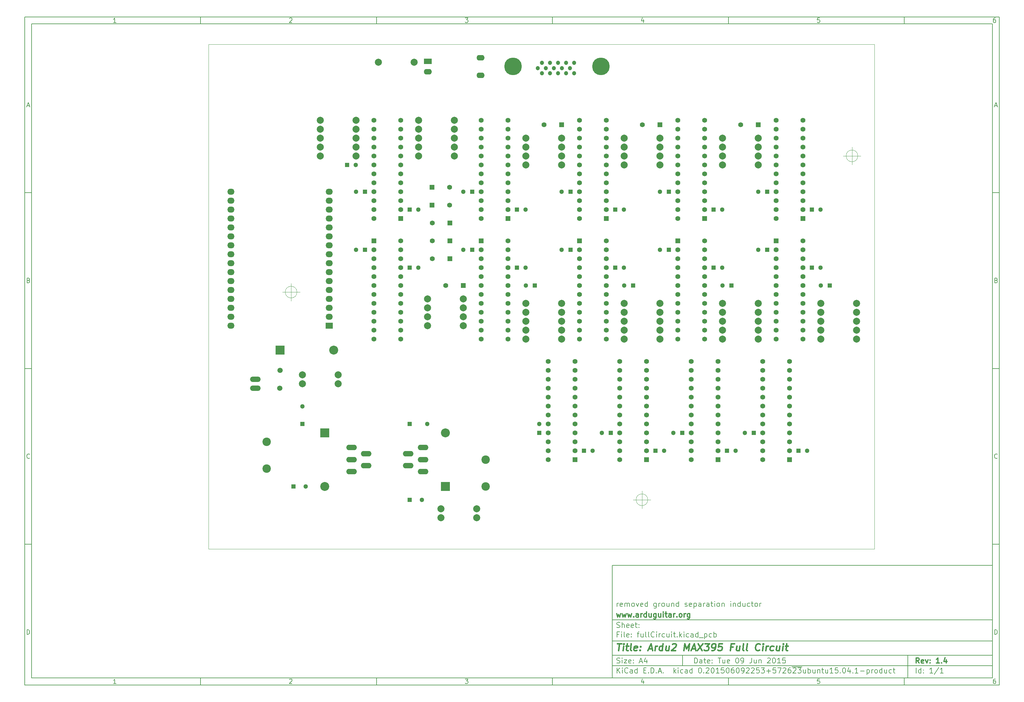
<source format=gts>
G04 #@! TF.FileFunction,Soldermask,Top*
%FSLAX46Y46*%
G04 Gerber Fmt 4.6, Leading zero omitted, Abs format (unit mm)*
G04 Created by KiCad (PCBNEW 0.201506092253+5726~23~ubuntu15.04.1-product) date Thu 11 Jun 2015 08:03:58 PM CEST*
%MOMM*%
G01*
G04 APERTURE LIST*
%ADD10C,0.100000*%
%ADD11C,0.150000*%
%ADD12C,0.300000*%
%ADD13C,0.400000*%
%ADD14R,1.300000X1.300000*%
%ADD15C,1.300000*%
%ADD16R,1.400000X1.400000*%
%ADD17C,1.400000*%
%ADD18C,2.540000*%
%ADD19R,2.540000X2.540000*%
%ADD20C,2.400000*%
%ADD21O,3.014980X1.506220*%
%ADD22C,1.998980*%
%ADD23R,1.397000X1.397000*%
%ADD24C,1.397000*%
%ADD25C,5.001260*%
%ADD26C,1.198880*%
%ADD27O,3.048000X1.524000*%
%ADD28O,2.032000X1.727200*%
%ADD29R,2.032000X1.727200*%
%ADD30R,2.286000X1.574800*%
%ADD31O,2.286000X1.574800*%
%ADD32C,1.501140*%
G04 APERTURE END LIST*
D10*
D11*
X177002200Y-166007200D02*
X177002200Y-198007200D01*
X285002200Y-198007200D01*
X285002200Y-166007200D01*
X177002200Y-166007200D01*
D10*
D11*
X10000000Y-10000000D02*
X10000000Y-200007200D01*
X287002200Y-200007200D01*
X287002200Y-10000000D01*
X10000000Y-10000000D01*
D10*
D11*
X12000000Y-12000000D02*
X12000000Y-198007200D01*
X285002200Y-198007200D01*
X285002200Y-12000000D01*
X12000000Y-12000000D01*
D10*
D11*
X60000000Y-12000000D02*
X60000000Y-10000000D01*
D10*
D11*
X110000000Y-12000000D02*
X110000000Y-10000000D01*
D10*
D11*
X160000000Y-12000000D02*
X160000000Y-10000000D01*
D10*
D11*
X210000000Y-12000000D02*
X210000000Y-10000000D01*
D10*
D11*
X260000000Y-12000000D02*
X260000000Y-10000000D01*
D10*
D11*
X35990476Y-11588095D02*
X35247619Y-11588095D01*
X35619048Y-11588095D02*
X35619048Y-10288095D01*
X35495238Y-10473810D01*
X35371429Y-10597619D01*
X35247619Y-10659524D01*
D10*
D11*
X85247619Y-10411905D02*
X85309524Y-10350000D01*
X85433333Y-10288095D01*
X85742857Y-10288095D01*
X85866667Y-10350000D01*
X85928571Y-10411905D01*
X85990476Y-10535714D01*
X85990476Y-10659524D01*
X85928571Y-10845238D01*
X85185714Y-11588095D01*
X85990476Y-11588095D01*
D10*
D11*
X135185714Y-10288095D02*
X135990476Y-10288095D01*
X135557143Y-10783333D01*
X135742857Y-10783333D01*
X135866667Y-10845238D01*
X135928571Y-10907143D01*
X135990476Y-11030952D01*
X135990476Y-11340476D01*
X135928571Y-11464286D01*
X135866667Y-11526190D01*
X135742857Y-11588095D01*
X135371429Y-11588095D01*
X135247619Y-11526190D01*
X135185714Y-11464286D01*
D10*
D11*
X185866667Y-10721429D02*
X185866667Y-11588095D01*
X185557143Y-10226190D02*
X185247619Y-11154762D01*
X186052381Y-11154762D01*
D10*
D11*
X235928571Y-10288095D02*
X235309524Y-10288095D01*
X235247619Y-10907143D01*
X235309524Y-10845238D01*
X235433333Y-10783333D01*
X235742857Y-10783333D01*
X235866667Y-10845238D01*
X235928571Y-10907143D01*
X235990476Y-11030952D01*
X235990476Y-11340476D01*
X235928571Y-11464286D01*
X235866667Y-11526190D01*
X235742857Y-11588095D01*
X235433333Y-11588095D01*
X235309524Y-11526190D01*
X235247619Y-11464286D01*
D10*
D11*
X285866667Y-10288095D02*
X285619048Y-10288095D01*
X285495238Y-10350000D01*
X285433333Y-10411905D01*
X285309524Y-10597619D01*
X285247619Y-10845238D01*
X285247619Y-11340476D01*
X285309524Y-11464286D01*
X285371429Y-11526190D01*
X285495238Y-11588095D01*
X285742857Y-11588095D01*
X285866667Y-11526190D01*
X285928571Y-11464286D01*
X285990476Y-11340476D01*
X285990476Y-11030952D01*
X285928571Y-10907143D01*
X285866667Y-10845238D01*
X285742857Y-10783333D01*
X285495238Y-10783333D01*
X285371429Y-10845238D01*
X285309524Y-10907143D01*
X285247619Y-11030952D01*
D10*
D11*
X60000000Y-198007200D02*
X60000000Y-200007200D01*
D10*
D11*
X110000000Y-198007200D02*
X110000000Y-200007200D01*
D10*
D11*
X160000000Y-198007200D02*
X160000000Y-200007200D01*
D10*
D11*
X210000000Y-198007200D02*
X210000000Y-200007200D01*
D10*
D11*
X260000000Y-198007200D02*
X260000000Y-200007200D01*
D10*
D11*
X35990476Y-199595295D02*
X35247619Y-199595295D01*
X35619048Y-199595295D02*
X35619048Y-198295295D01*
X35495238Y-198481010D01*
X35371429Y-198604819D01*
X35247619Y-198666724D01*
D10*
D11*
X85247619Y-198419105D02*
X85309524Y-198357200D01*
X85433333Y-198295295D01*
X85742857Y-198295295D01*
X85866667Y-198357200D01*
X85928571Y-198419105D01*
X85990476Y-198542914D01*
X85990476Y-198666724D01*
X85928571Y-198852438D01*
X85185714Y-199595295D01*
X85990476Y-199595295D01*
D10*
D11*
X135185714Y-198295295D02*
X135990476Y-198295295D01*
X135557143Y-198790533D01*
X135742857Y-198790533D01*
X135866667Y-198852438D01*
X135928571Y-198914343D01*
X135990476Y-199038152D01*
X135990476Y-199347676D01*
X135928571Y-199471486D01*
X135866667Y-199533390D01*
X135742857Y-199595295D01*
X135371429Y-199595295D01*
X135247619Y-199533390D01*
X135185714Y-199471486D01*
D10*
D11*
X185866667Y-198728629D02*
X185866667Y-199595295D01*
X185557143Y-198233390D02*
X185247619Y-199161962D01*
X186052381Y-199161962D01*
D10*
D11*
X235928571Y-198295295D02*
X235309524Y-198295295D01*
X235247619Y-198914343D01*
X235309524Y-198852438D01*
X235433333Y-198790533D01*
X235742857Y-198790533D01*
X235866667Y-198852438D01*
X235928571Y-198914343D01*
X235990476Y-199038152D01*
X235990476Y-199347676D01*
X235928571Y-199471486D01*
X235866667Y-199533390D01*
X235742857Y-199595295D01*
X235433333Y-199595295D01*
X235309524Y-199533390D01*
X235247619Y-199471486D01*
D10*
D11*
X285866667Y-198295295D02*
X285619048Y-198295295D01*
X285495238Y-198357200D01*
X285433333Y-198419105D01*
X285309524Y-198604819D01*
X285247619Y-198852438D01*
X285247619Y-199347676D01*
X285309524Y-199471486D01*
X285371429Y-199533390D01*
X285495238Y-199595295D01*
X285742857Y-199595295D01*
X285866667Y-199533390D01*
X285928571Y-199471486D01*
X285990476Y-199347676D01*
X285990476Y-199038152D01*
X285928571Y-198914343D01*
X285866667Y-198852438D01*
X285742857Y-198790533D01*
X285495238Y-198790533D01*
X285371429Y-198852438D01*
X285309524Y-198914343D01*
X285247619Y-199038152D01*
D10*
D11*
X10000000Y-60000000D02*
X12000000Y-60000000D01*
D10*
D11*
X10000000Y-110000000D02*
X12000000Y-110000000D01*
D10*
D11*
X10000000Y-160000000D02*
X12000000Y-160000000D01*
D10*
D11*
X10690476Y-35216667D02*
X11309524Y-35216667D01*
X10566667Y-35588095D02*
X11000000Y-34288095D01*
X11433333Y-35588095D01*
D10*
D11*
X11092857Y-84907143D02*
X11278571Y-84969048D01*
X11340476Y-85030952D01*
X11402381Y-85154762D01*
X11402381Y-85340476D01*
X11340476Y-85464286D01*
X11278571Y-85526190D01*
X11154762Y-85588095D01*
X10659524Y-85588095D01*
X10659524Y-84288095D01*
X11092857Y-84288095D01*
X11216667Y-84350000D01*
X11278571Y-84411905D01*
X11340476Y-84535714D01*
X11340476Y-84659524D01*
X11278571Y-84783333D01*
X11216667Y-84845238D01*
X11092857Y-84907143D01*
X10659524Y-84907143D01*
D10*
D11*
X11402381Y-135464286D02*
X11340476Y-135526190D01*
X11154762Y-135588095D01*
X11030952Y-135588095D01*
X10845238Y-135526190D01*
X10721429Y-135402381D01*
X10659524Y-135278571D01*
X10597619Y-135030952D01*
X10597619Y-134845238D01*
X10659524Y-134597619D01*
X10721429Y-134473810D01*
X10845238Y-134350000D01*
X11030952Y-134288095D01*
X11154762Y-134288095D01*
X11340476Y-134350000D01*
X11402381Y-134411905D01*
D10*
D11*
X10659524Y-185588095D02*
X10659524Y-184288095D01*
X10969048Y-184288095D01*
X11154762Y-184350000D01*
X11278571Y-184473810D01*
X11340476Y-184597619D01*
X11402381Y-184845238D01*
X11402381Y-185030952D01*
X11340476Y-185278571D01*
X11278571Y-185402381D01*
X11154762Y-185526190D01*
X10969048Y-185588095D01*
X10659524Y-185588095D01*
D10*
D11*
X287002200Y-60000000D02*
X285002200Y-60000000D01*
D10*
D11*
X287002200Y-110000000D02*
X285002200Y-110000000D01*
D10*
D11*
X287002200Y-160000000D02*
X285002200Y-160000000D01*
D10*
D11*
X285692676Y-35216667D02*
X286311724Y-35216667D01*
X285568867Y-35588095D02*
X286002200Y-34288095D01*
X286435533Y-35588095D01*
D10*
D11*
X286095057Y-84907143D02*
X286280771Y-84969048D01*
X286342676Y-85030952D01*
X286404581Y-85154762D01*
X286404581Y-85340476D01*
X286342676Y-85464286D01*
X286280771Y-85526190D01*
X286156962Y-85588095D01*
X285661724Y-85588095D01*
X285661724Y-84288095D01*
X286095057Y-84288095D01*
X286218867Y-84350000D01*
X286280771Y-84411905D01*
X286342676Y-84535714D01*
X286342676Y-84659524D01*
X286280771Y-84783333D01*
X286218867Y-84845238D01*
X286095057Y-84907143D01*
X285661724Y-84907143D01*
D10*
D11*
X286404581Y-135464286D02*
X286342676Y-135526190D01*
X286156962Y-135588095D01*
X286033152Y-135588095D01*
X285847438Y-135526190D01*
X285723629Y-135402381D01*
X285661724Y-135278571D01*
X285599819Y-135030952D01*
X285599819Y-134845238D01*
X285661724Y-134597619D01*
X285723629Y-134473810D01*
X285847438Y-134350000D01*
X286033152Y-134288095D01*
X286156962Y-134288095D01*
X286342676Y-134350000D01*
X286404581Y-134411905D01*
D10*
D11*
X285661724Y-185588095D02*
X285661724Y-184288095D01*
X285971248Y-184288095D01*
X286156962Y-184350000D01*
X286280771Y-184473810D01*
X286342676Y-184597619D01*
X286404581Y-184845238D01*
X286404581Y-185030952D01*
X286342676Y-185278571D01*
X286280771Y-185402381D01*
X286156962Y-185526190D01*
X285971248Y-185588095D01*
X285661724Y-185588095D01*
D10*
D11*
X200359343Y-193785771D02*
X200359343Y-192285771D01*
X200716486Y-192285771D01*
X200930771Y-192357200D01*
X201073629Y-192500057D01*
X201145057Y-192642914D01*
X201216486Y-192928629D01*
X201216486Y-193142914D01*
X201145057Y-193428629D01*
X201073629Y-193571486D01*
X200930771Y-193714343D01*
X200716486Y-193785771D01*
X200359343Y-193785771D01*
X202502200Y-193785771D02*
X202502200Y-193000057D01*
X202430771Y-192857200D01*
X202287914Y-192785771D01*
X202002200Y-192785771D01*
X201859343Y-192857200D01*
X202502200Y-193714343D02*
X202359343Y-193785771D01*
X202002200Y-193785771D01*
X201859343Y-193714343D01*
X201787914Y-193571486D01*
X201787914Y-193428629D01*
X201859343Y-193285771D01*
X202002200Y-193214343D01*
X202359343Y-193214343D01*
X202502200Y-193142914D01*
X203002200Y-192785771D02*
X203573629Y-192785771D01*
X203216486Y-192285771D02*
X203216486Y-193571486D01*
X203287914Y-193714343D01*
X203430772Y-193785771D01*
X203573629Y-193785771D01*
X204645057Y-193714343D02*
X204502200Y-193785771D01*
X204216486Y-193785771D01*
X204073629Y-193714343D01*
X204002200Y-193571486D01*
X204002200Y-193000057D01*
X204073629Y-192857200D01*
X204216486Y-192785771D01*
X204502200Y-192785771D01*
X204645057Y-192857200D01*
X204716486Y-193000057D01*
X204716486Y-193142914D01*
X204002200Y-193285771D01*
X205359343Y-193642914D02*
X205430771Y-193714343D01*
X205359343Y-193785771D01*
X205287914Y-193714343D01*
X205359343Y-193642914D01*
X205359343Y-193785771D01*
X205359343Y-192857200D02*
X205430771Y-192928629D01*
X205359343Y-193000057D01*
X205287914Y-192928629D01*
X205359343Y-192857200D01*
X205359343Y-193000057D01*
X207002200Y-192285771D02*
X207859343Y-192285771D01*
X207430772Y-193785771D02*
X207430772Y-192285771D01*
X209002200Y-192785771D02*
X209002200Y-193785771D01*
X208359343Y-192785771D02*
X208359343Y-193571486D01*
X208430771Y-193714343D01*
X208573629Y-193785771D01*
X208787914Y-193785771D01*
X208930771Y-193714343D01*
X209002200Y-193642914D01*
X210287914Y-193714343D02*
X210145057Y-193785771D01*
X209859343Y-193785771D01*
X209716486Y-193714343D01*
X209645057Y-193571486D01*
X209645057Y-193000057D01*
X209716486Y-192857200D01*
X209859343Y-192785771D01*
X210145057Y-192785771D01*
X210287914Y-192857200D01*
X210359343Y-193000057D01*
X210359343Y-193142914D01*
X209645057Y-193285771D01*
X212430771Y-192285771D02*
X212573628Y-192285771D01*
X212716485Y-192357200D01*
X212787914Y-192428629D01*
X212859343Y-192571486D01*
X212930771Y-192857200D01*
X212930771Y-193214343D01*
X212859343Y-193500057D01*
X212787914Y-193642914D01*
X212716485Y-193714343D01*
X212573628Y-193785771D01*
X212430771Y-193785771D01*
X212287914Y-193714343D01*
X212216485Y-193642914D01*
X212145057Y-193500057D01*
X212073628Y-193214343D01*
X212073628Y-192857200D01*
X212145057Y-192571486D01*
X212216485Y-192428629D01*
X212287914Y-192357200D01*
X212430771Y-192285771D01*
X213645056Y-193785771D02*
X213930771Y-193785771D01*
X214073628Y-193714343D01*
X214145056Y-193642914D01*
X214287914Y-193428629D01*
X214359342Y-193142914D01*
X214359342Y-192571486D01*
X214287914Y-192428629D01*
X214216485Y-192357200D01*
X214073628Y-192285771D01*
X213787914Y-192285771D01*
X213645056Y-192357200D01*
X213573628Y-192428629D01*
X213502199Y-192571486D01*
X213502199Y-192928629D01*
X213573628Y-193071486D01*
X213645056Y-193142914D01*
X213787914Y-193214343D01*
X214073628Y-193214343D01*
X214216485Y-193142914D01*
X214287914Y-193071486D01*
X214359342Y-192928629D01*
X216573627Y-192285771D02*
X216573627Y-193357200D01*
X216502199Y-193571486D01*
X216359342Y-193714343D01*
X216145056Y-193785771D01*
X216002199Y-193785771D01*
X217930770Y-192785771D02*
X217930770Y-193785771D01*
X217287913Y-192785771D02*
X217287913Y-193571486D01*
X217359341Y-193714343D01*
X217502199Y-193785771D01*
X217716484Y-193785771D01*
X217859341Y-193714343D01*
X217930770Y-193642914D01*
X218645056Y-192785771D02*
X218645056Y-193785771D01*
X218645056Y-192928629D02*
X218716484Y-192857200D01*
X218859342Y-192785771D01*
X219073627Y-192785771D01*
X219216484Y-192857200D01*
X219287913Y-193000057D01*
X219287913Y-193785771D01*
X221073627Y-192428629D02*
X221145056Y-192357200D01*
X221287913Y-192285771D01*
X221645056Y-192285771D01*
X221787913Y-192357200D01*
X221859342Y-192428629D01*
X221930770Y-192571486D01*
X221930770Y-192714343D01*
X221859342Y-192928629D01*
X221002199Y-193785771D01*
X221930770Y-193785771D01*
X222859341Y-192285771D02*
X223002198Y-192285771D01*
X223145055Y-192357200D01*
X223216484Y-192428629D01*
X223287913Y-192571486D01*
X223359341Y-192857200D01*
X223359341Y-193214343D01*
X223287913Y-193500057D01*
X223216484Y-193642914D01*
X223145055Y-193714343D01*
X223002198Y-193785771D01*
X222859341Y-193785771D01*
X222716484Y-193714343D01*
X222645055Y-193642914D01*
X222573627Y-193500057D01*
X222502198Y-193214343D01*
X222502198Y-192857200D01*
X222573627Y-192571486D01*
X222645055Y-192428629D01*
X222716484Y-192357200D01*
X222859341Y-192285771D01*
X224787912Y-193785771D02*
X223930769Y-193785771D01*
X224359341Y-193785771D02*
X224359341Y-192285771D01*
X224216484Y-192500057D01*
X224073626Y-192642914D01*
X223930769Y-192714343D01*
X226145055Y-192285771D02*
X225430769Y-192285771D01*
X225359340Y-193000057D01*
X225430769Y-192928629D01*
X225573626Y-192857200D01*
X225930769Y-192857200D01*
X226073626Y-192928629D01*
X226145055Y-193000057D01*
X226216483Y-193142914D01*
X226216483Y-193500057D01*
X226145055Y-193642914D01*
X226073626Y-193714343D01*
X225930769Y-193785771D01*
X225573626Y-193785771D01*
X225430769Y-193714343D01*
X225359340Y-193642914D01*
D10*
D11*
X177002200Y-194507200D02*
X285002200Y-194507200D01*
D10*
D11*
X178359343Y-196585771D02*
X178359343Y-195085771D01*
X179216486Y-196585771D02*
X178573629Y-195728629D01*
X179216486Y-195085771D02*
X178359343Y-195942914D01*
X179859343Y-196585771D02*
X179859343Y-195585771D01*
X179859343Y-195085771D02*
X179787914Y-195157200D01*
X179859343Y-195228629D01*
X179930771Y-195157200D01*
X179859343Y-195085771D01*
X179859343Y-195228629D01*
X181430772Y-196442914D02*
X181359343Y-196514343D01*
X181145057Y-196585771D01*
X181002200Y-196585771D01*
X180787915Y-196514343D01*
X180645057Y-196371486D01*
X180573629Y-196228629D01*
X180502200Y-195942914D01*
X180502200Y-195728629D01*
X180573629Y-195442914D01*
X180645057Y-195300057D01*
X180787915Y-195157200D01*
X181002200Y-195085771D01*
X181145057Y-195085771D01*
X181359343Y-195157200D01*
X181430772Y-195228629D01*
X182716486Y-196585771D02*
X182716486Y-195800057D01*
X182645057Y-195657200D01*
X182502200Y-195585771D01*
X182216486Y-195585771D01*
X182073629Y-195657200D01*
X182716486Y-196514343D02*
X182573629Y-196585771D01*
X182216486Y-196585771D01*
X182073629Y-196514343D01*
X182002200Y-196371486D01*
X182002200Y-196228629D01*
X182073629Y-196085771D01*
X182216486Y-196014343D01*
X182573629Y-196014343D01*
X182716486Y-195942914D01*
X184073629Y-196585771D02*
X184073629Y-195085771D01*
X184073629Y-196514343D02*
X183930772Y-196585771D01*
X183645058Y-196585771D01*
X183502200Y-196514343D01*
X183430772Y-196442914D01*
X183359343Y-196300057D01*
X183359343Y-195871486D01*
X183430772Y-195728629D01*
X183502200Y-195657200D01*
X183645058Y-195585771D01*
X183930772Y-195585771D01*
X184073629Y-195657200D01*
X185930772Y-195800057D02*
X186430772Y-195800057D01*
X186645058Y-196585771D02*
X185930772Y-196585771D01*
X185930772Y-195085771D01*
X186645058Y-195085771D01*
X187287915Y-196442914D02*
X187359343Y-196514343D01*
X187287915Y-196585771D01*
X187216486Y-196514343D01*
X187287915Y-196442914D01*
X187287915Y-196585771D01*
X188002201Y-196585771D02*
X188002201Y-195085771D01*
X188359344Y-195085771D01*
X188573629Y-195157200D01*
X188716487Y-195300057D01*
X188787915Y-195442914D01*
X188859344Y-195728629D01*
X188859344Y-195942914D01*
X188787915Y-196228629D01*
X188716487Y-196371486D01*
X188573629Y-196514343D01*
X188359344Y-196585771D01*
X188002201Y-196585771D01*
X189502201Y-196442914D02*
X189573629Y-196514343D01*
X189502201Y-196585771D01*
X189430772Y-196514343D01*
X189502201Y-196442914D01*
X189502201Y-196585771D01*
X190145058Y-196157200D02*
X190859344Y-196157200D01*
X190002201Y-196585771D02*
X190502201Y-195085771D01*
X191002201Y-196585771D01*
X191502201Y-196442914D02*
X191573629Y-196514343D01*
X191502201Y-196585771D01*
X191430772Y-196514343D01*
X191502201Y-196442914D01*
X191502201Y-196585771D01*
X194502201Y-196585771D02*
X194502201Y-195085771D01*
X194645058Y-196014343D02*
X195073629Y-196585771D01*
X195073629Y-195585771D02*
X194502201Y-196157200D01*
X195716487Y-196585771D02*
X195716487Y-195585771D01*
X195716487Y-195085771D02*
X195645058Y-195157200D01*
X195716487Y-195228629D01*
X195787915Y-195157200D01*
X195716487Y-195085771D01*
X195716487Y-195228629D01*
X197073630Y-196514343D02*
X196930773Y-196585771D01*
X196645059Y-196585771D01*
X196502201Y-196514343D01*
X196430773Y-196442914D01*
X196359344Y-196300057D01*
X196359344Y-195871486D01*
X196430773Y-195728629D01*
X196502201Y-195657200D01*
X196645059Y-195585771D01*
X196930773Y-195585771D01*
X197073630Y-195657200D01*
X198359344Y-196585771D02*
X198359344Y-195800057D01*
X198287915Y-195657200D01*
X198145058Y-195585771D01*
X197859344Y-195585771D01*
X197716487Y-195657200D01*
X198359344Y-196514343D02*
X198216487Y-196585771D01*
X197859344Y-196585771D01*
X197716487Y-196514343D01*
X197645058Y-196371486D01*
X197645058Y-196228629D01*
X197716487Y-196085771D01*
X197859344Y-196014343D01*
X198216487Y-196014343D01*
X198359344Y-195942914D01*
X199716487Y-196585771D02*
X199716487Y-195085771D01*
X199716487Y-196514343D02*
X199573630Y-196585771D01*
X199287916Y-196585771D01*
X199145058Y-196514343D01*
X199073630Y-196442914D01*
X199002201Y-196300057D01*
X199002201Y-195871486D01*
X199073630Y-195728629D01*
X199145058Y-195657200D01*
X199287916Y-195585771D01*
X199573630Y-195585771D01*
X199716487Y-195657200D01*
X201859344Y-195085771D02*
X202002201Y-195085771D01*
X202145058Y-195157200D01*
X202216487Y-195228629D01*
X202287916Y-195371486D01*
X202359344Y-195657200D01*
X202359344Y-196014343D01*
X202287916Y-196300057D01*
X202216487Y-196442914D01*
X202145058Y-196514343D01*
X202002201Y-196585771D01*
X201859344Y-196585771D01*
X201716487Y-196514343D01*
X201645058Y-196442914D01*
X201573630Y-196300057D01*
X201502201Y-196014343D01*
X201502201Y-195657200D01*
X201573630Y-195371486D01*
X201645058Y-195228629D01*
X201716487Y-195157200D01*
X201859344Y-195085771D01*
X203002201Y-196442914D02*
X203073629Y-196514343D01*
X203002201Y-196585771D01*
X202930772Y-196514343D01*
X203002201Y-196442914D01*
X203002201Y-196585771D01*
X203645058Y-195228629D02*
X203716487Y-195157200D01*
X203859344Y-195085771D01*
X204216487Y-195085771D01*
X204359344Y-195157200D01*
X204430773Y-195228629D01*
X204502201Y-195371486D01*
X204502201Y-195514343D01*
X204430773Y-195728629D01*
X203573630Y-196585771D01*
X204502201Y-196585771D01*
X205430772Y-195085771D02*
X205573629Y-195085771D01*
X205716486Y-195157200D01*
X205787915Y-195228629D01*
X205859344Y-195371486D01*
X205930772Y-195657200D01*
X205930772Y-196014343D01*
X205859344Y-196300057D01*
X205787915Y-196442914D01*
X205716486Y-196514343D01*
X205573629Y-196585771D01*
X205430772Y-196585771D01*
X205287915Y-196514343D01*
X205216486Y-196442914D01*
X205145058Y-196300057D01*
X205073629Y-196014343D01*
X205073629Y-195657200D01*
X205145058Y-195371486D01*
X205216486Y-195228629D01*
X205287915Y-195157200D01*
X205430772Y-195085771D01*
X207359343Y-196585771D02*
X206502200Y-196585771D01*
X206930772Y-196585771D02*
X206930772Y-195085771D01*
X206787915Y-195300057D01*
X206645057Y-195442914D01*
X206502200Y-195514343D01*
X208716486Y-195085771D02*
X208002200Y-195085771D01*
X207930771Y-195800057D01*
X208002200Y-195728629D01*
X208145057Y-195657200D01*
X208502200Y-195657200D01*
X208645057Y-195728629D01*
X208716486Y-195800057D01*
X208787914Y-195942914D01*
X208787914Y-196300057D01*
X208716486Y-196442914D01*
X208645057Y-196514343D01*
X208502200Y-196585771D01*
X208145057Y-196585771D01*
X208002200Y-196514343D01*
X207930771Y-196442914D01*
X209716485Y-195085771D02*
X209859342Y-195085771D01*
X210002199Y-195157200D01*
X210073628Y-195228629D01*
X210145057Y-195371486D01*
X210216485Y-195657200D01*
X210216485Y-196014343D01*
X210145057Y-196300057D01*
X210073628Y-196442914D01*
X210002199Y-196514343D01*
X209859342Y-196585771D01*
X209716485Y-196585771D01*
X209573628Y-196514343D01*
X209502199Y-196442914D01*
X209430771Y-196300057D01*
X209359342Y-196014343D01*
X209359342Y-195657200D01*
X209430771Y-195371486D01*
X209502199Y-195228629D01*
X209573628Y-195157200D01*
X209716485Y-195085771D01*
X211502199Y-195085771D02*
X211216485Y-195085771D01*
X211073628Y-195157200D01*
X211002199Y-195228629D01*
X210859342Y-195442914D01*
X210787913Y-195728629D01*
X210787913Y-196300057D01*
X210859342Y-196442914D01*
X210930770Y-196514343D01*
X211073628Y-196585771D01*
X211359342Y-196585771D01*
X211502199Y-196514343D01*
X211573628Y-196442914D01*
X211645056Y-196300057D01*
X211645056Y-195942914D01*
X211573628Y-195800057D01*
X211502199Y-195728629D01*
X211359342Y-195657200D01*
X211073628Y-195657200D01*
X210930770Y-195728629D01*
X210859342Y-195800057D01*
X210787913Y-195942914D01*
X212573627Y-195085771D02*
X212716484Y-195085771D01*
X212859341Y-195157200D01*
X212930770Y-195228629D01*
X213002199Y-195371486D01*
X213073627Y-195657200D01*
X213073627Y-196014343D01*
X213002199Y-196300057D01*
X212930770Y-196442914D01*
X212859341Y-196514343D01*
X212716484Y-196585771D01*
X212573627Y-196585771D01*
X212430770Y-196514343D01*
X212359341Y-196442914D01*
X212287913Y-196300057D01*
X212216484Y-196014343D01*
X212216484Y-195657200D01*
X212287913Y-195371486D01*
X212359341Y-195228629D01*
X212430770Y-195157200D01*
X212573627Y-195085771D01*
X213787912Y-196585771D02*
X214073627Y-196585771D01*
X214216484Y-196514343D01*
X214287912Y-196442914D01*
X214430770Y-196228629D01*
X214502198Y-195942914D01*
X214502198Y-195371486D01*
X214430770Y-195228629D01*
X214359341Y-195157200D01*
X214216484Y-195085771D01*
X213930770Y-195085771D01*
X213787912Y-195157200D01*
X213716484Y-195228629D01*
X213645055Y-195371486D01*
X213645055Y-195728629D01*
X213716484Y-195871486D01*
X213787912Y-195942914D01*
X213930770Y-196014343D01*
X214216484Y-196014343D01*
X214359341Y-195942914D01*
X214430770Y-195871486D01*
X214502198Y-195728629D01*
X215073626Y-195228629D02*
X215145055Y-195157200D01*
X215287912Y-195085771D01*
X215645055Y-195085771D01*
X215787912Y-195157200D01*
X215859341Y-195228629D01*
X215930769Y-195371486D01*
X215930769Y-195514343D01*
X215859341Y-195728629D01*
X215002198Y-196585771D01*
X215930769Y-196585771D01*
X216502197Y-195228629D02*
X216573626Y-195157200D01*
X216716483Y-195085771D01*
X217073626Y-195085771D01*
X217216483Y-195157200D01*
X217287912Y-195228629D01*
X217359340Y-195371486D01*
X217359340Y-195514343D01*
X217287912Y-195728629D01*
X216430769Y-196585771D01*
X217359340Y-196585771D01*
X218716483Y-195085771D02*
X218002197Y-195085771D01*
X217930768Y-195800057D01*
X218002197Y-195728629D01*
X218145054Y-195657200D01*
X218502197Y-195657200D01*
X218645054Y-195728629D01*
X218716483Y-195800057D01*
X218787911Y-195942914D01*
X218787911Y-196300057D01*
X218716483Y-196442914D01*
X218645054Y-196514343D01*
X218502197Y-196585771D01*
X218145054Y-196585771D01*
X218002197Y-196514343D01*
X217930768Y-196442914D01*
X219287911Y-195085771D02*
X220216482Y-195085771D01*
X219716482Y-195657200D01*
X219930768Y-195657200D01*
X220073625Y-195728629D01*
X220145054Y-195800057D01*
X220216482Y-195942914D01*
X220216482Y-196300057D01*
X220145054Y-196442914D01*
X220073625Y-196514343D01*
X219930768Y-196585771D01*
X219502196Y-196585771D01*
X219359339Y-196514343D01*
X219287911Y-196442914D01*
X220859339Y-196014343D02*
X222002196Y-196014343D01*
X221430767Y-196585771D02*
X221430767Y-195442914D01*
X223430768Y-195085771D02*
X222716482Y-195085771D01*
X222645053Y-195800057D01*
X222716482Y-195728629D01*
X222859339Y-195657200D01*
X223216482Y-195657200D01*
X223359339Y-195728629D01*
X223430768Y-195800057D01*
X223502196Y-195942914D01*
X223502196Y-196300057D01*
X223430768Y-196442914D01*
X223359339Y-196514343D01*
X223216482Y-196585771D01*
X222859339Y-196585771D01*
X222716482Y-196514343D01*
X222645053Y-196442914D01*
X224002196Y-195085771D02*
X225002196Y-195085771D01*
X224359339Y-196585771D01*
X225502195Y-195228629D02*
X225573624Y-195157200D01*
X225716481Y-195085771D01*
X226073624Y-195085771D01*
X226216481Y-195157200D01*
X226287910Y-195228629D01*
X226359338Y-195371486D01*
X226359338Y-195514343D01*
X226287910Y-195728629D01*
X225430767Y-196585771D01*
X226359338Y-196585771D01*
X227645052Y-195085771D02*
X227359338Y-195085771D01*
X227216481Y-195157200D01*
X227145052Y-195228629D01*
X227002195Y-195442914D01*
X226930766Y-195728629D01*
X226930766Y-196300057D01*
X227002195Y-196442914D01*
X227073623Y-196514343D01*
X227216481Y-196585771D01*
X227502195Y-196585771D01*
X227645052Y-196514343D01*
X227716481Y-196442914D01*
X227787909Y-196300057D01*
X227787909Y-195942914D01*
X227716481Y-195800057D01*
X227645052Y-195728629D01*
X227502195Y-195657200D01*
X227216481Y-195657200D01*
X227073623Y-195728629D01*
X227002195Y-195800057D01*
X226930766Y-195942914D01*
X228359337Y-195228629D02*
X228430766Y-195157200D01*
X228573623Y-195085771D01*
X228930766Y-195085771D01*
X229073623Y-195157200D01*
X229145052Y-195228629D01*
X229216480Y-195371486D01*
X229216480Y-195514343D01*
X229145052Y-195728629D01*
X228287909Y-196585771D01*
X229216480Y-196585771D01*
X229716480Y-195085771D02*
X230645051Y-195085771D01*
X230145051Y-195657200D01*
X230359337Y-195657200D01*
X230502194Y-195728629D01*
X230573623Y-195800057D01*
X230645051Y-195942914D01*
X230645051Y-196300057D01*
X230573623Y-196442914D01*
X230502194Y-196514343D01*
X230359337Y-196585771D01*
X229930765Y-196585771D01*
X229787908Y-196514343D01*
X229716480Y-196442914D01*
X228073623Y-194827200D02*
X230930765Y-194827200D01*
X231930765Y-195585771D02*
X231930765Y-196585771D01*
X231287908Y-195585771D02*
X231287908Y-196371486D01*
X231359336Y-196514343D01*
X231502194Y-196585771D01*
X231716479Y-196585771D01*
X231859336Y-196514343D01*
X231930765Y-196442914D01*
X232645051Y-196585771D02*
X232645051Y-195085771D01*
X232645051Y-195657200D02*
X232787908Y-195585771D01*
X233073622Y-195585771D01*
X233216479Y-195657200D01*
X233287908Y-195728629D01*
X233359337Y-195871486D01*
X233359337Y-196300057D01*
X233287908Y-196442914D01*
X233216479Y-196514343D01*
X233073622Y-196585771D01*
X232787908Y-196585771D01*
X232645051Y-196514343D01*
X234645051Y-195585771D02*
X234645051Y-196585771D01*
X234002194Y-195585771D02*
X234002194Y-196371486D01*
X234073622Y-196514343D01*
X234216480Y-196585771D01*
X234430765Y-196585771D01*
X234573622Y-196514343D01*
X234645051Y-196442914D01*
X235359337Y-195585771D02*
X235359337Y-196585771D01*
X235359337Y-195728629D02*
X235430765Y-195657200D01*
X235573623Y-195585771D01*
X235787908Y-195585771D01*
X235930765Y-195657200D01*
X236002194Y-195800057D01*
X236002194Y-196585771D01*
X236502194Y-195585771D02*
X237073623Y-195585771D01*
X236716480Y-195085771D02*
X236716480Y-196371486D01*
X236787908Y-196514343D01*
X236930766Y-196585771D01*
X237073623Y-196585771D01*
X238216480Y-195585771D02*
X238216480Y-196585771D01*
X237573623Y-195585771D02*
X237573623Y-196371486D01*
X237645051Y-196514343D01*
X237787909Y-196585771D01*
X238002194Y-196585771D01*
X238145051Y-196514343D01*
X238216480Y-196442914D01*
X239716480Y-196585771D02*
X238859337Y-196585771D01*
X239287909Y-196585771D02*
X239287909Y-195085771D01*
X239145052Y-195300057D01*
X239002194Y-195442914D01*
X238859337Y-195514343D01*
X241073623Y-195085771D02*
X240359337Y-195085771D01*
X240287908Y-195800057D01*
X240359337Y-195728629D01*
X240502194Y-195657200D01*
X240859337Y-195657200D01*
X241002194Y-195728629D01*
X241073623Y-195800057D01*
X241145051Y-195942914D01*
X241145051Y-196300057D01*
X241073623Y-196442914D01*
X241002194Y-196514343D01*
X240859337Y-196585771D01*
X240502194Y-196585771D01*
X240359337Y-196514343D01*
X240287908Y-196442914D01*
X241787908Y-196442914D02*
X241859336Y-196514343D01*
X241787908Y-196585771D01*
X241716479Y-196514343D01*
X241787908Y-196442914D01*
X241787908Y-196585771D01*
X242787908Y-195085771D02*
X242930765Y-195085771D01*
X243073622Y-195157200D01*
X243145051Y-195228629D01*
X243216480Y-195371486D01*
X243287908Y-195657200D01*
X243287908Y-196014343D01*
X243216480Y-196300057D01*
X243145051Y-196442914D01*
X243073622Y-196514343D01*
X242930765Y-196585771D01*
X242787908Y-196585771D01*
X242645051Y-196514343D01*
X242573622Y-196442914D01*
X242502194Y-196300057D01*
X242430765Y-196014343D01*
X242430765Y-195657200D01*
X242502194Y-195371486D01*
X242573622Y-195228629D01*
X242645051Y-195157200D01*
X242787908Y-195085771D01*
X244573622Y-195585771D02*
X244573622Y-196585771D01*
X244216479Y-195014343D02*
X243859336Y-196085771D01*
X244787908Y-196085771D01*
X245359336Y-196442914D02*
X245430764Y-196514343D01*
X245359336Y-196585771D01*
X245287907Y-196514343D01*
X245359336Y-196442914D01*
X245359336Y-196585771D01*
X246859336Y-196585771D02*
X246002193Y-196585771D01*
X246430765Y-196585771D02*
X246430765Y-195085771D01*
X246287908Y-195300057D01*
X246145050Y-195442914D01*
X246002193Y-195514343D01*
X247502193Y-196014343D02*
X248645050Y-196014343D01*
X249359336Y-195585771D02*
X249359336Y-197085771D01*
X249359336Y-195657200D02*
X249502193Y-195585771D01*
X249787907Y-195585771D01*
X249930764Y-195657200D01*
X250002193Y-195728629D01*
X250073622Y-195871486D01*
X250073622Y-196300057D01*
X250002193Y-196442914D01*
X249930764Y-196514343D01*
X249787907Y-196585771D01*
X249502193Y-196585771D01*
X249359336Y-196514343D01*
X250716479Y-196585771D02*
X250716479Y-195585771D01*
X250716479Y-195871486D02*
X250787907Y-195728629D01*
X250859336Y-195657200D01*
X251002193Y-195585771D01*
X251145050Y-195585771D01*
X251859336Y-196585771D02*
X251716478Y-196514343D01*
X251645050Y-196442914D01*
X251573621Y-196300057D01*
X251573621Y-195871486D01*
X251645050Y-195728629D01*
X251716478Y-195657200D01*
X251859336Y-195585771D01*
X252073621Y-195585771D01*
X252216478Y-195657200D01*
X252287907Y-195728629D01*
X252359336Y-195871486D01*
X252359336Y-196300057D01*
X252287907Y-196442914D01*
X252216478Y-196514343D01*
X252073621Y-196585771D01*
X251859336Y-196585771D01*
X253645050Y-196585771D02*
X253645050Y-195085771D01*
X253645050Y-196514343D02*
X253502193Y-196585771D01*
X253216479Y-196585771D01*
X253073621Y-196514343D01*
X253002193Y-196442914D01*
X252930764Y-196300057D01*
X252930764Y-195871486D01*
X253002193Y-195728629D01*
X253073621Y-195657200D01*
X253216479Y-195585771D01*
X253502193Y-195585771D01*
X253645050Y-195657200D01*
X255002193Y-195585771D02*
X255002193Y-196585771D01*
X254359336Y-195585771D02*
X254359336Y-196371486D01*
X254430764Y-196514343D01*
X254573622Y-196585771D01*
X254787907Y-196585771D01*
X254930764Y-196514343D01*
X255002193Y-196442914D01*
X256359336Y-196514343D02*
X256216479Y-196585771D01*
X255930765Y-196585771D01*
X255787907Y-196514343D01*
X255716479Y-196442914D01*
X255645050Y-196300057D01*
X255645050Y-195871486D01*
X255716479Y-195728629D01*
X255787907Y-195657200D01*
X255930765Y-195585771D01*
X256216479Y-195585771D01*
X256359336Y-195657200D01*
X256787907Y-195585771D02*
X257359336Y-195585771D01*
X257002193Y-195085771D02*
X257002193Y-196371486D01*
X257073621Y-196514343D01*
X257216479Y-196585771D01*
X257359336Y-196585771D01*
D10*
D11*
X177002200Y-191507200D02*
X285002200Y-191507200D01*
D10*
D12*
X264216486Y-193785771D02*
X263716486Y-193071486D01*
X263359343Y-193785771D02*
X263359343Y-192285771D01*
X263930771Y-192285771D01*
X264073629Y-192357200D01*
X264145057Y-192428629D01*
X264216486Y-192571486D01*
X264216486Y-192785771D01*
X264145057Y-192928629D01*
X264073629Y-193000057D01*
X263930771Y-193071486D01*
X263359343Y-193071486D01*
X265430771Y-193714343D02*
X265287914Y-193785771D01*
X265002200Y-193785771D01*
X264859343Y-193714343D01*
X264787914Y-193571486D01*
X264787914Y-193000057D01*
X264859343Y-192857200D01*
X265002200Y-192785771D01*
X265287914Y-192785771D01*
X265430771Y-192857200D01*
X265502200Y-193000057D01*
X265502200Y-193142914D01*
X264787914Y-193285771D01*
X266002200Y-192785771D02*
X266359343Y-193785771D01*
X266716485Y-192785771D01*
X267287914Y-193642914D02*
X267359342Y-193714343D01*
X267287914Y-193785771D01*
X267216485Y-193714343D01*
X267287914Y-193642914D01*
X267287914Y-193785771D01*
X267287914Y-192857200D02*
X267359342Y-192928629D01*
X267287914Y-193000057D01*
X267216485Y-192928629D01*
X267287914Y-192857200D01*
X267287914Y-193000057D01*
X269930771Y-193785771D02*
X269073628Y-193785771D01*
X269502200Y-193785771D02*
X269502200Y-192285771D01*
X269359343Y-192500057D01*
X269216485Y-192642914D01*
X269073628Y-192714343D01*
X270573628Y-193642914D02*
X270645056Y-193714343D01*
X270573628Y-193785771D01*
X270502199Y-193714343D01*
X270573628Y-193642914D01*
X270573628Y-193785771D01*
X271930771Y-192785771D02*
X271930771Y-193785771D01*
X271573628Y-192214343D02*
X271216485Y-193285771D01*
X272145057Y-193285771D01*
D10*
D11*
X178287914Y-193714343D02*
X178502200Y-193785771D01*
X178859343Y-193785771D01*
X179002200Y-193714343D01*
X179073629Y-193642914D01*
X179145057Y-193500057D01*
X179145057Y-193357200D01*
X179073629Y-193214343D01*
X179002200Y-193142914D01*
X178859343Y-193071486D01*
X178573629Y-193000057D01*
X178430771Y-192928629D01*
X178359343Y-192857200D01*
X178287914Y-192714343D01*
X178287914Y-192571486D01*
X178359343Y-192428629D01*
X178430771Y-192357200D01*
X178573629Y-192285771D01*
X178930771Y-192285771D01*
X179145057Y-192357200D01*
X179787914Y-193785771D02*
X179787914Y-192785771D01*
X179787914Y-192285771D02*
X179716485Y-192357200D01*
X179787914Y-192428629D01*
X179859342Y-192357200D01*
X179787914Y-192285771D01*
X179787914Y-192428629D01*
X180359343Y-192785771D02*
X181145057Y-192785771D01*
X180359343Y-193785771D01*
X181145057Y-193785771D01*
X182287914Y-193714343D02*
X182145057Y-193785771D01*
X181859343Y-193785771D01*
X181716486Y-193714343D01*
X181645057Y-193571486D01*
X181645057Y-193000057D01*
X181716486Y-192857200D01*
X181859343Y-192785771D01*
X182145057Y-192785771D01*
X182287914Y-192857200D01*
X182359343Y-193000057D01*
X182359343Y-193142914D01*
X181645057Y-193285771D01*
X183002200Y-193642914D02*
X183073628Y-193714343D01*
X183002200Y-193785771D01*
X182930771Y-193714343D01*
X183002200Y-193642914D01*
X183002200Y-193785771D01*
X183002200Y-192857200D02*
X183073628Y-192928629D01*
X183002200Y-193000057D01*
X182930771Y-192928629D01*
X183002200Y-192857200D01*
X183002200Y-193000057D01*
X184787914Y-193357200D02*
X185502200Y-193357200D01*
X184645057Y-193785771D02*
X185145057Y-192285771D01*
X185645057Y-193785771D01*
X186787914Y-192785771D02*
X186787914Y-193785771D01*
X186430771Y-192214343D02*
X186073628Y-193285771D01*
X187002200Y-193285771D01*
D10*
D11*
X263359343Y-196585771D02*
X263359343Y-195085771D01*
X264716486Y-196585771D02*
X264716486Y-195085771D01*
X264716486Y-196514343D02*
X264573629Y-196585771D01*
X264287915Y-196585771D01*
X264145057Y-196514343D01*
X264073629Y-196442914D01*
X264002200Y-196300057D01*
X264002200Y-195871486D01*
X264073629Y-195728629D01*
X264145057Y-195657200D01*
X264287915Y-195585771D01*
X264573629Y-195585771D01*
X264716486Y-195657200D01*
X265430772Y-196442914D02*
X265502200Y-196514343D01*
X265430772Y-196585771D01*
X265359343Y-196514343D01*
X265430772Y-196442914D01*
X265430772Y-196585771D01*
X265430772Y-195657200D02*
X265502200Y-195728629D01*
X265430772Y-195800057D01*
X265359343Y-195728629D01*
X265430772Y-195657200D01*
X265430772Y-195800057D01*
X268073629Y-196585771D02*
X267216486Y-196585771D01*
X267645058Y-196585771D02*
X267645058Y-195085771D01*
X267502201Y-195300057D01*
X267359343Y-195442914D01*
X267216486Y-195514343D01*
X269787914Y-195014343D02*
X268502200Y-196942914D01*
X271073629Y-196585771D02*
X270216486Y-196585771D01*
X270645058Y-196585771D02*
X270645058Y-195085771D01*
X270502201Y-195300057D01*
X270359343Y-195442914D01*
X270216486Y-195514343D01*
D10*
D11*
X177002200Y-187507200D02*
X285002200Y-187507200D01*
D10*
D13*
X178454581Y-188211962D02*
X179597438Y-188211962D01*
X178776010Y-190211962D02*
X179026010Y-188211962D01*
X180014105Y-190211962D02*
X180180771Y-188878629D01*
X180264105Y-188211962D02*
X180156962Y-188307200D01*
X180240295Y-188402438D01*
X180347439Y-188307200D01*
X180264105Y-188211962D01*
X180240295Y-188402438D01*
X180847438Y-188878629D02*
X181609343Y-188878629D01*
X181216486Y-188211962D02*
X181002200Y-189926248D01*
X181073630Y-190116724D01*
X181252201Y-190211962D01*
X181442677Y-190211962D01*
X182395058Y-190211962D02*
X182216487Y-190116724D01*
X182145057Y-189926248D01*
X182359343Y-188211962D01*
X183930772Y-190116724D02*
X183728391Y-190211962D01*
X183347439Y-190211962D01*
X183168867Y-190116724D01*
X183097438Y-189926248D01*
X183192676Y-189164343D01*
X183311724Y-188973867D01*
X183514105Y-188878629D01*
X183895057Y-188878629D01*
X184073629Y-188973867D01*
X184145057Y-189164343D01*
X184121248Y-189354819D01*
X183145057Y-189545295D01*
X184895057Y-190021486D02*
X184978392Y-190116724D01*
X184871248Y-190211962D01*
X184787915Y-190116724D01*
X184895057Y-190021486D01*
X184871248Y-190211962D01*
X185026010Y-188973867D02*
X185109344Y-189069105D01*
X185002200Y-189164343D01*
X184918867Y-189069105D01*
X185026010Y-188973867D01*
X185002200Y-189164343D01*
X187323629Y-189640533D02*
X188276010Y-189640533D01*
X187061725Y-190211962D02*
X187978392Y-188211962D01*
X188395059Y-190211962D01*
X189061725Y-190211962D02*
X189228391Y-188878629D01*
X189180772Y-189259581D02*
X189299821Y-189069105D01*
X189406964Y-188973867D01*
X189609344Y-188878629D01*
X189799820Y-188878629D01*
X191156963Y-190211962D02*
X191406963Y-188211962D01*
X191168868Y-190116724D02*
X190966487Y-190211962D01*
X190585535Y-190211962D01*
X190406964Y-190116724D01*
X190323629Y-190021486D01*
X190252201Y-189831010D01*
X190323629Y-189259581D01*
X190442677Y-189069105D01*
X190549821Y-188973867D01*
X190752201Y-188878629D01*
X191133153Y-188878629D01*
X191311725Y-188973867D01*
X193133153Y-188878629D02*
X192966487Y-190211962D01*
X192276010Y-188878629D02*
X192145058Y-189926248D01*
X192216488Y-190116724D01*
X192395059Y-190211962D01*
X192680773Y-190211962D01*
X192883154Y-190116724D01*
X192990296Y-190021486D01*
X194049820Y-188402438D02*
X194156963Y-188307200D01*
X194359345Y-188211962D01*
X194835535Y-188211962D01*
X195014106Y-188307200D01*
X195097439Y-188402438D01*
X195168869Y-188592914D01*
X195145059Y-188783390D01*
X195014106Y-189069105D01*
X193728392Y-190211962D01*
X194966488Y-190211962D01*
X197347440Y-190211962D02*
X197597440Y-188211962D01*
X198085535Y-189640533D01*
X198930774Y-188211962D01*
X198680774Y-190211962D01*
X199609344Y-189640533D02*
X200561725Y-189640533D01*
X199347440Y-190211962D02*
X200264107Y-188211962D01*
X200680774Y-190211962D01*
X201406964Y-188211962D02*
X202490298Y-190211962D01*
X202740298Y-188211962D02*
X201156964Y-190211962D01*
X203311726Y-188211962D02*
X204549822Y-188211962D01*
X203787917Y-188973867D01*
X204073631Y-188973867D01*
X204252202Y-189069105D01*
X204335535Y-189164343D01*
X204406965Y-189354819D01*
X204347441Y-189831010D01*
X204228392Y-190021486D01*
X204121250Y-190116724D01*
X203918869Y-190211962D01*
X203347441Y-190211962D01*
X203168869Y-190116724D01*
X203085535Y-190021486D01*
X205252203Y-190211962D02*
X205633155Y-190211962D01*
X205835536Y-190116724D01*
X205942678Y-190021486D01*
X206168869Y-189735771D01*
X206311727Y-189354819D01*
X206406965Y-188592914D01*
X206335535Y-188402438D01*
X206252202Y-188307200D01*
X206073631Y-188211962D01*
X205692679Y-188211962D01*
X205490298Y-188307200D01*
X205383154Y-188402438D01*
X205264107Y-188592914D01*
X205204583Y-189069105D01*
X205276011Y-189259581D01*
X205359346Y-189354819D01*
X205537917Y-189450057D01*
X205918869Y-189450057D01*
X206121250Y-189354819D01*
X206228392Y-189259581D01*
X206347441Y-189069105D01*
X208264107Y-188211962D02*
X207311726Y-188211962D01*
X207097440Y-189164343D01*
X207204583Y-189069105D01*
X207406965Y-188973867D01*
X207883155Y-188973867D01*
X208061726Y-189069105D01*
X208145059Y-189164343D01*
X208216489Y-189354819D01*
X208156965Y-189831010D01*
X208037916Y-190021486D01*
X207930774Y-190116724D01*
X207728393Y-190211962D01*
X207252203Y-190211962D01*
X207073631Y-190116724D01*
X206990297Y-190021486D01*
X211287917Y-189164343D02*
X210621250Y-189164343D01*
X210490298Y-190211962D02*
X210740298Y-188211962D01*
X211692679Y-188211962D01*
X213228393Y-188878629D02*
X213061727Y-190211962D01*
X212371250Y-188878629D02*
X212240298Y-189926248D01*
X212311728Y-190116724D01*
X212490299Y-190211962D01*
X212776013Y-190211962D01*
X212978394Y-190116724D01*
X213085536Y-190021486D01*
X214299823Y-190211962D02*
X214121252Y-190116724D01*
X214049822Y-189926248D01*
X214264108Y-188211962D01*
X215347442Y-190211962D02*
X215168871Y-190116724D01*
X215097441Y-189926248D01*
X215311727Y-188211962D01*
X218799823Y-190021486D02*
X218692681Y-190116724D01*
X218395061Y-190211962D01*
X218204585Y-190211962D01*
X217930776Y-190116724D01*
X217764109Y-189926248D01*
X217692680Y-189735771D01*
X217645061Y-189354819D01*
X217680775Y-189069105D01*
X217823632Y-188688152D01*
X217942681Y-188497676D01*
X218156966Y-188307200D01*
X218454585Y-188211962D01*
X218645061Y-188211962D01*
X218918871Y-188307200D01*
X219002204Y-188402438D01*
X219633156Y-190211962D02*
X219799822Y-188878629D01*
X219883156Y-188211962D02*
X219776013Y-188307200D01*
X219859346Y-188402438D01*
X219966490Y-188307200D01*
X219883156Y-188211962D01*
X219859346Y-188402438D01*
X220585537Y-190211962D02*
X220752203Y-188878629D01*
X220704584Y-189259581D02*
X220823633Y-189069105D01*
X220930776Y-188973867D01*
X221133156Y-188878629D01*
X221323632Y-188878629D01*
X222692680Y-190116724D02*
X222490299Y-190211962D01*
X222109347Y-190211962D01*
X221930776Y-190116724D01*
X221847441Y-190021486D01*
X221776013Y-189831010D01*
X221847441Y-189259581D01*
X221966489Y-189069105D01*
X222073633Y-188973867D01*
X222276013Y-188878629D01*
X222656965Y-188878629D01*
X222835537Y-188973867D01*
X224561727Y-188878629D02*
X224395061Y-190211962D01*
X223704584Y-188878629D02*
X223573632Y-189926248D01*
X223645062Y-190116724D01*
X223823633Y-190211962D01*
X224109347Y-190211962D01*
X224311728Y-190116724D01*
X224418870Y-190021486D01*
X225347442Y-190211962D02*
X225514108Y-188878629D01*
X225597442Y-188211962D02*
X225490299Y-188307200D01*
X225573632Y-188402438D01*
X225680776Y-188307200D01*
X225597442Y-188211962D01*
X225573632Y-188402438D01*
X226180775Y-188878629D02*
X226942680Y-188878629D01*
X226549823Y-188211962D02*
X226335537Y-189926248D01*
X226406967Y-190116724D01*
X226585538Y-190211962D01*
X226776014Y-190211962D01*
D10*
D11*
X178859343Y-185600057D02*
X178359343Y-185600057D01*
X178359343Y-186385771D02*
X178359343Y-184885771D01*
X179073629Y-184885771D01*
X179645057Y-186385771D02*
X179645057Y-185385771D01*
X179645057Y-184885771D02*
X179573628Y-184957200D01*
X179645057Y-185028629D01*
X179716485Y-184957200D01*
X179645057Y-184885771D01*
X179645057Y-185028629D01*
X180573629Y-186385771D02*
X180430771Y-186314343D01*
X180359343Y-186171486D01*
X180359343Y-184885771D01*
X181716485Y-186314343D02*
X181573628Y-186385771D01*
X181287914Y-186385771D01*
X181145057Y-186314343D01*
X181073628Y-186171486D01*
X181073628Y-185600057D01*
X181145057Y-185457200D01*
X181287914Y-185385771D01*
X181573628Y-185385771D01*
X181716485Y-185457200D01*
X181787914Y-185600057D01*
X181787914Y-185742914D01*
X181073628Y-185885771D01*
X182430771Y-186242914D02*
X182502199Y-186314343D01*
X182430771Y-186385771D01*
X182359342Y-186314343D01*
X182430771Y-186242914D01*
X182430771Y-186385771D01*
X182430771Y-185457200D02*
X182502199Y-185528629D01*
X182430771Y-185600057D01*
X182359342Y-185528629D01*
X182430771Y-185457200D01*
X182430771Y-185600057D01*
X184073628Y-185385771D02*
X184645057Y-185385771D01*
X184287914Y-186385771D02*
X184287914Y-185100057D01*
X184359342Y-184957200D01*
X184502200Y-184885771D01*
X184645057Y-184885771D01*
X185787914Y-185385771D02*
X185787914Y-186385771D01*
X185145057Y-185385771D02*
X185145057Y-186171486D01*
X185216485Y-186314343D01*
X185359343Y-186385771D01*
X185573628Y-186385771D01*
X185716485Y-186314343D01*
X185787914Y-186242914D01*
X186716486Y-186385771D02*
X186573628Y-186314343D01*
X186502200Y-186171486D01*
X186502200Y-184885771D01*
X187502200Y-186385771D02*
X187359342Y-186314343D01*
X187287914Y-186171486D01*
X187287914Y-184885771D01*
X188930771Y-186242914D02*
X188859342Y-186314343D01*
X188645056Y-186385771D01*
X188502199Y-186385771D01*
X188287914Y-186314343D01*
X188145056Y-186171486D01*
X188073628Y-186028629D01*
X188002199Y-185742914D01*
X188002199Y-185528629D01*
X188073628Y-185242914D01*
X188145056Y-185100057D01*
X188287914Y-184957200D01*
X188502199Y-184885771D01*
X188645056Y-184885771D01*
X188859342Y-184957200D01*
X188930771Y-185028629D01*
X189573628Y-186385771D02*
X189573628Y-185385771D01*
X189573628Y-184885771D02*
X189502199Y-184957200D01*
X189573628Y-185028629D01*
X189645056Y-184957200D01*
X189573628Y-184885771D01*
X189573628Y-185028629D01*
X190287914Y-186385771D02*
X190287914Y-185385771D01*
X190287914Y-185671486D02*
X190359342Y-185528629D01*
X190430771Y-185457200D01*
X190573628Y-185385771D01*
X190716485Y-185385771D01*
X191859342Y-186314343D02*
X191716485Y-186385771D01*
X191430771Y-186385771D01*
X191287913Y-186314343D01*
X191216485Y-186242914D01*
X191145056Y-186100057D01*
X191145056Y-185671486D01*
X191216485Y-185528629D01*
X191287913Y-185457200D01*
X191430771Y-185385771D01*
X191716485Y-185385771D01*
X191859342Y-185457200D01*
X193145056Y-185385771D02*
X193145056Y-186385771D01*
X192502199Y-185385771D02*
X192502199Y-186171486D01*
X192573627Y-186314343D01*
X192716485Y-186385771D01*
X192930770Y-186385771D01*
X193073627Y-186314343D01*
X193145056Y-186242914D01*
X193859342Y-186385771D02*
X193859342Y-185385771D01*
X193859342Y-184885771D02*
X193787913Y-184957200D01*
X193859342Y-185028629D01*
X193930770Y-184957200D01*
X193859342Y-184885771D01*
X193859342Y-185028629D01*
X194359342Y-185385771D02*
X194930771Y-185385771D01*
X194573628Y-184885771D02*
X194573628Y-186171486D01*
X194645056Y-186314343D01*
X194787914Y-186385771D01*
X194930771Y-186385771D01*
X195430771Y-186242914D02*
X195502199Y-186314343D01*
X195430771Y-186385771D01*
X195359342Y-186314343D01*
X195430771Y-186242914D01*
X195430771Y-186385771D01*
X196145057Y-186385771D02*
X196145057Y-184885771D01*
X196287914Y-185814343D02*
X196716485Y-186385771D01*
X196716485Y-185385771D02*
X196145057Y-185957200D01*
X197359343Y-186385771D02*
X197359343Y-185385771D01*
X197359343Y-184885771D02*
X197287914Y-184957200D01*
X197359343Y-185028629D01*
X197430771Y-184957200D01*
X197359343Y-184885771D01*
X197359343Y-185028629D01*
X198716486Y-186314343D02*
X198573629Y-186385771D01*
X198287915Y-186385771D01*
X198145057Y-186314343D01*
X198073629Y-186242914D01*
X198002200Y-186100057D01*
X198002200Y-185671486D01*
X198073629Y-185528629D01*
X198145057Y-185457200D01*
X198287915Y-185385771D01*
X198573629Y-185385771D01*
X198716486Y-185457200D01*
X200002200Y-186385771D02*
X200002200Y-185600057D01*
X199930771Y-185457200D01*
X199787914Y-185385771D01*
X199502200Y-185385771D01*
X199359343Y-185457200D01*
X200002200Y-186314343D02*
X199859343Y-186385771D01*
X199502200Y-186385771D01*
X199359343Y-186314343D01*
X199287914Y-186171486D01*
X199287914Y-186028629D01*
X199359343Y-185885771D01*
X199502200Y-185814343D01*
X199859343Y-185814343D01*
X200002200Y-185742914D01*
X201359343Y-186385771D02*
X201359343Y-184885771D01*
X201359343Y-186314343D02*
X201216486Y-186385771D01*
X200930772Y-186385771D01*
X200787914Y-186314343D01*
X200716486Y-186242914D01*
X200645057Y-186100057D01*
X200645057Y-185671486D01*
X200716486Y-185528629D01*
X200787914Y-185457200D01*
X200930772Y-185385771D01*
X201216486Y-185385771D01*
X201359343Y-185457200D01*
X201716486Y-186528629D02*
X202859343Y-186528629D01*
X203216486Y-185385771D02*
X203216486Y-186885771D01*
X203216486Y-185457200D02*
X203359343Y-185385771D01*
X203645057Y-185385771D01*
X203787914Y-185457200D01*
X203859343Y-185528629D01*
X203930772Y-185671486D01*
X203930772Y-186100057D01*
X203859343Y-186242914D01*
X203787914Y-186314343D01*
X203645057Y-186385771D01*
X203359343Y-186385771D01*
X203216486Y-186314343D01*
X205216486Y-186314343D02*
X205073629Y-186385771D01*
X204787915Y-186385771D01*
X204645057Y-186314343D01*
X204573629Y-186242914D01*
X204502200Y-186100057D01*
X204502200Y-185671486D01*
X204573629Y-185528629D01*
X204645057Y-185457200D01*
X204787915Y-185385771D01*
X205073629Y-185385771D01*
X205216486Y-185457200D01*
X205859343Y-186385771D02*
X205859343Y-184885771D01*
X205859343Y-185457200D02*
X206002200Y-185385771D01*
X206287914Y-185385771D01*
X206430771Y-185457200D01*
X206502200Y-185528629D01*
X206573629Y-185671486D01*
X206573629Y-186100057D01*
X206502200Y-186242914D01*
X206430771Y-186314343D01*
X206287914Y-186385771D01*
X206002200Y-186385771D01*
X205859343Y-186314343D01*
D10*
D11*
X177002200Y-181507200D02*
X285002200Y-181507200D01*
D10*
D11*
X178287914Y-183614343D02*
X178502200Y-183685771D01*
X178859343Y-183685771D01*
X179002200Y-183614343D01*
X179073629Y-183542914D01*
X179145057Y-183400057D01*
X179145057Y-183257200D01*
X179073629Y-183114343D01*
X179002200Y-183042914D01*
X178859343Y-182971486D01*
X178573629Y-182900057D01*
X178430771Y-182828629D01*
X178359343Y-182757200D01*
X178287914Y-182614343D01*
X178287914Y-182471486D01*
X178359343Y-182328629D01*
X178430771Y-182257200D01*
X178573629Y-182185771D01*
X178930771Y-182185771D01*
X179145057Y-182257200D01*
X179787914Y-183685771D02*
X179787914Y-182185771D01*
X180430771Y-183685771D02*
X180430771Y-182900057D01*
X180359342Y-182757200D01*
X180216485Y-182685771D01*
X180002200Y-182685771D01*
X179859342Y-182757200D01*
X179787914Y-182828629D01*
X181716485Y-183614343D02*
X181573628Y-183685771D01*
X181287914Y-183685771D01*
X181145057Y-183614343D01*
X181073628Y-183471486D01*
X181073628Y-182900057D01*
X181145057Y-182757200D01*
X181287914Y-182685771D01*
X181573628Y-182685771D01*
X181716485Y-182757200D01*
X181787914Y-182900057D01*
X181787914Y-183042914D01*
X181073628Y-183185771D01*
X183002199Y-183614343D02*
X182859342Y-183685771D01*
X182573628Y-183685771D01*
X182430771Y-183614343D01*
X182359342Y-183471486D01*
X182359342Y-182900057D01*
X182430771Y-182757200D01*
X182573628Y-182685771D01*
X182859342Y-182685771D01*
X183002199Y-182757200D01*
X183073628Y-182900057D01*
X183073628Y-183042914D01*
X182359342Y-183185771D01*
X183502199Y-182685771D02*
X184073628Y-182685771D01*
X183716485Y-182185771D02*
X183716485Y-183471486D01*
X183787913Y-183614343D01*
X183930771Y-183685771D01*
X184073628Y-183685771D01*
X184573628Y-183542914D02*
X184645056Y-183614343D01*
X184573628Y-183685771D01*
X184502199Y-183614343D01*
X184573628Y-183542914D01*
X184573628Y-183685771D01*
X184573628Y-182757200D02*
X184645056Y-182828629D01*
X184573628Y-182900057D01*
X184502199Y-182828629D01*
X184573628Y-182757200D01*
X184573628Y-182900057D01*
D10*
D12*
X178216486Y-179685771D02*
X178502200Y-180685771D01*
X178787914Y-179971486D01*
X179073629Y-180685771D01*
X179359343Y-179685771D01*
X179787915Y-179685771D02*
X180073629Y-180685771D01*
X180359343Y-179971486D01*
X180645058Y-180685771D01*
X180930772Y-179685771D01*
X181359344Y-179685771D02*
X181645058Y-180685771D01*
X181930772Y-179971486D01*
X182216487Y-180685771D01*
X182502201Y-179685771D01*
X183073630Y-180542914D02*
X183145058Y-180614343D01*
X183073630Y-180685771D01*
X183002201Y-180614343D01*
X183073630Y-180542914D01*
X183073630Y-180685771D01*
X184430773Y-180685771D02*
X184430773Y-179900057D01*
X184359344Y-179757200D01*
X184216487Y-179685771D01*
X183930773Y-179685771D01*
X183787916Y-179757200D01*
X184430773Y-180614343D02*
X184287916Y-180685771D01*
X183930773Y-180685771D01*
X183787916Y-180614343D01*
X183716487Y-180471486D01*
X183716487Y-180328629D01*
X183787916Y-180185771D01*
X183930773Y-180114343D01*
X184287916Y-180114343D01*
X184430773Y-180042914D01*
X185145059Y-180685771D02*
X185145059Y-179685771D01*
X185145059Y-179971486D02*
X185216487Y-179828629D01*
X185287916Y-179757200D01*
X185430773Y-179685771D01*
X185573630Y-179685771D01*
X186716487Y-180685771D02*
X186716487Y-179185771D01*
X186716487Y-180614343D02*
X186573630Y-180685771D01*
X186287916Y-180685771D01*
X186145058Y-180614343D01*
X186073630Y-180542914D01*
X186002201Y-180400057D01*
X186002201Y-179971486D01*
X186073630Y-179828629D01*
X186145058Y-179757200D01*
X186287916Y-179685771D01*
X186573630Y-179685771D01*
X186716487Y-179757200D01*
X188073630Y-179685771D02*
X188073630Y-180685771D01*
X187430773Y-179685771D02*
X187430773Y-180471486D01*
X187502201Y-180614343D01*
X187645059Y-180685771D01*
X187859344Y-180685771D01*
X188002201Y-180614343D01*
X188073630Y-180542914D01*
X189430773Y-179685771D02*
X189430773Y-180900057D01*
X189359344Y-181042914D01*
X189287916Y-181114343D01*
X189145059Y-181185771D01*
X188930773Y-181185771D01*
X188787916Y-181114343D01*
X189430773Y-180614343D02*
X189287916Y-180685771D01*
X189002202Y-180685771D01*
X188859344Y-180614343D01*
X188787916Y-180542914D01*
X188716487Y-180400057D01*
X188716487Y-179971486D01*
X188787916Y-179828629D01*
X188859344Y-179757200D01*
X189002202Y-179685771D01*
X189287916Y-179685771D01*
X189430773Y-179757200D01*
X190787916Y-179685771D02*
X190787916Y-180685771D01*
X190145059Y-179685771D02*
X190145059Y-180471486D01*
X190216487Y-180614343D01*
X190359345Y-180685771D01*
X190573630Y-180685771D01*
X190716487Y-180614343D01*
X190787916Y-180542914D01*
X191502202Y-180685771D02*
X191502202Y-179685771D01*
X191502202Y-179185771D02*
X191430773Y-179257200D01*
X191502202Y-179328629D01*
X191573630Y-179257200D01*
X191502202Y-179185771D01*
X191502202Y-179328629D01*
X192002202Y-179685771D02*
X192573631Y-179685771D01*
X192216488Y-179185771D02*
X192216488Y-180471486D01*
X192287916Y-180614343D01*
X192430774Y-180685771D01*
X192573631Y-180685771D01*
X193716488Y-180685771D02*
X193716488Y-179900057D01*
X193645059Y-179757200D01*
X193502202Y-179685771D01*
X193216488Y-179685771D01*
X193073631Y-179757200D01*
X193716488Y-180614343D02*
X193573631Y-180685771D01*
X193216488Y-180685771D01*
X193073631Y-180614343D01*
X193002202Y-180471486D01*
X193002202Y-180328629D01*
X193073631Y-180185771D01*
X193216488Y-180114343D01*
X193573631Y-180114343D01*
X193716488Y-180042914D01*
X194430774Y-180685771D02*
X194430774Y-179685771D01*
X194430774Y-179971486D02*
X194502202Y-179828629D01*
X194573631Y-179757200D01*
X194716488Y-179685771D01*
X194859345Y-179685771D01*
X195359345Y-180542914D02*
X195430773Y-180614343D01*
X195359345Y-180685771D01*
X195287916Y-180614343D01*
X195359345Y-180542914D01*
X195359345Y-180685771D01*
X196287917Y-180685771D02*
X196145059Y-180614343D01*
X196073631Y-180542914D01*
X196002202Y-180400057D01*
X196002202Y-179971486D01*
X196073631Y-179828629D01*
X196145059Y-179757200D01*
X196287917Y-179685771D01*
X196502202Y-179685771D01*
X196645059Y-179757200D01*
X196716488Y-179828629D01*
X196787917Y-179971486D01*
X196787917Y-180400057D01*
X196716488Y-180542914D01*
X196645059Y-180614343D01*
X196502202Y-180685771D01*
X196287917Y-180685771D01*
X197430774Y-180685771D02*
X197430774Y-179685771D01*
X197430774Y-179971486D02*
X197502202Y-179828629D01*
X197573631Y-179757200D01*
X197716488Y-179685771D01*
X197859345Y-179685771D01*
X199002202Y-179685771D02*
X199002202Y-180900057D01*
X198930773Y-181042914D01*
X198859345Y-181114343D01*
X198716488Y-181185771D01*
X198502202Y-181185771D01*
X198359345Y-181114343D01*
X199002202Y-180614343D02*
X198859345Y-180685771D01*
X198573631Y-180685771D01*
X198430773Y-180614343D01*
X198359345Y-180542914D01*
X198287916Y-180400057D01*
X198287916Y-179971486D01*
X198359345Y-179828629D01*
X198430773Y-179757200D01*
X198573631Y-179685771D01*
X198859345Y-179685771D01*
X199002202Y-179757200D01*
D10*
D11*
X178359343Y-177685771D02*
X178359343Y-176685771D01*
X178359343Y-176971486D02*
X178430771Y-176828629D01*
X178502200Y-176757200D01*
X178645057Y-176685771D01*
X178787914Y-176685771D01*
X179859342Y-177614343D02*
X179716485Y-177685771D01*
X179430771Y-177685771D01*
X179287914Y-177614343D01*
X179216485Y-177471486D01*
X179216485Y-176900057D01*
X179287914Y-176757200D01*
X179430771Y-176685771D01*
X179716485Y-176685771D01*
X179859342Y-176757200D01*
X179930771Y-176900057D01*
X179930771Y-177042914D01*
X179216485Y-177185771D01*
X180573628Y-177685771D02*
X180573628Y-176685771D01*
X180573628Y-176828629D02*
X180645056Y-176757200D01*
X180787914Y-176685771D01*
X181002199Y-176685771D01*
X181145056Y-176757200D01*
X181216485Y-176900057D01*
X181216485Y-177685771D01*
X181216485Y-176900057D02*
X181287914Y-176757200D01*
X181430771Y-176685771D01*
X181645056Y-176685771D01*
X181787914Y-176757200D01*
X181859342Y-176900057D01*
X181859342Y-177685771D01*
X182787914Y-177685771D02*
X182645056Y-177614343D01*
X182573628Y-177542914D01*
X182502199Y-177400057D01*
X182502199Y-176971486D01*
X182573628Y-176828629D01*
X182645056Y-176757200D01*
X182787914Y-176685771D01*
X183002199Y-176685771D01*
X183145056Y-176757200D01*
X183216485Y-176828629D01*
X183287914Y-176971486D01*
X183287914Y-177400057D01*
X183216485Y-177542914D01*
X183145056Y-177614343D01*
X183002199Y-177685771D01*
X182787914Y-177685771D01*
X183787914Y-176685771D02*
X184145057Y-177685771D01*
X184502199Y-176685771D01*
X185645056Y-177614343D02*
X185502199Y-177685771D01*
X185216485Y-177685771D01*
X185073628Y-177614343D01*
X185002199Y-177471486D01*
X185002199Y-176900057D01*
X185073628Y-176757200D01*
X185216485Y-176685771D01*
X185502199Y-176685771D01*
X185645056Y-176757200D01*
X185716485Y-176900057D01*
X185716485Y-177042914D01*
X185002199Y-177185771D01*
X187002199Y-177685771D02*
X187002199Y-176185771D01*
X187002199Y-177614343D02*
X186859342Y-177685771D01*
X186573628Y-177685771D01*
X186430770Y-177614343D01*
X186359342Y-177542914D01*
X186287913Y-177400057D01*
X186287913Y-176971486D01*
X186359342Y-176828629D01*
X186430770Y-176757200D01*
X186573628Y-176685771D01*
X186859342Y-176685771D01*
X187002199Y-176757200D01*
X189502199Y-176685771D02*
X189502199Y-177900057D01*
X189430770Y-178042914D01*
X189359342Y-178114343D01*
X189216485Y-178185771D01*
X189002199Y-178185771D01*
X188859342Y-178114343D01*
X189502199Y-177614343D02*
X189359342Y-177685771D01*
X189073628Y-177685771D01*
X188930770Y-177614343D01*
X188859342Y-177542914D01*
X188787913Y-177400057D01*
X188787913Y-176971486D01*
X188859342Y-176828629D01*
X188930770Y-176757200D01*
X189073628Y-176685771D01*
X189359342Y-176685771D01*
X189502199Y-176757200D01*
X190216485Y-177685771D02*
X190216485Y-176685771D01*
X190216485Y-176971486D02*
X190287913Y-176828629D01*
X190359342Y-176757200D01*
X190502199Y-176685771D01*
X190645056Y-176685771D01*
X191359342Y-177685771D02*
X191216484Y-177614343D01*
X191145056Y-177542914D01*
X191073627Y-177400057D01*
X191073627Y-176971486D01*
X191145056Y-176828629D01*
X191216484Y-176757200D01*
X191359342Y-176685771D01*
X191573627Y-176685771D01*
X191716484Y-176757200D01*
X191787913Y-176828629D01*
X191859342Y-176971486D01*
X191859342Y-177400057D01*
X191787913Y-177542914D01*
X191716484Y-177614343D01*
X191573627Y-177685771D01*
X191359342Y-177685771D01*
X193145056Y-176685771D02*
X193145056Y-177685771D01*
X192502199Y-176685771D02*
X192502199Y-177471486D01*
X192573627Y-177614343D01*
X192716485Y-177685771D01*
X192930770Y-177685771D01*
X193073627Y-177614343D01*
X193145056Y-177542914D01*
X193859342Y-176685771D02*
X193859342Y-177685771D01*
X193859342Y-176828629D02*
X193930770Y-176757200D01*
X194073628Y-176685771D01*
X194287913Y-176685771D01*
X194430770Y-176757200D01*
X194502199Y-176900057D01*
X194502199Y-177685771D01*
X195859342Y-177685771D02*
X195859342Y-176185771D01*
X195859342Y-177614343D02*
X195716485Y-177685771D01*
X195430771Y-177685771D01*
X195287913Y-177614343D01*
X195216485Y-177542914D01*
X195145056Y-177400057D01*
X195145056Y-176971486D01*
X195216485Y-176828629D01*
X195287913Y-176757200D01*
X195430771Y-176685771D01*
X195716485Y-176685771D01*
X195859342Y-176757200D01*
X197645056Y-177614343D02*
X197787913Y-177685771D01*
X198073628Y-177685771D01*
X198216485Y-177614343D01*
X198287913Y-177471486D01*
X198287913Y-177400057D01*
X198216485Y-177257200D01*
X198073628Y-177185771D01*
X197859342Y-177185771D01*
X197716485Y-177114343D01*
X197645056Y-176971486D01*
X197645056Y-176900057D01*
X197716485Y-176757200D01*
X197859342Y-176685771D01*
X198073628Y-176685771D01*
X198216485Y-176757200D01*
X199502199Y-177614343D02*
X199359342Y-177685771D01*
X199073628Y-177685771D01*
X198930771Y-177614343D01*
X198859342Y-177471486D01*
X198859342Y-176900057D01*
X198930771Y-176757200D01*
X199073628Y-176685771D01*
X199359342Y-176685771D01*
X199502199Y-176757200D01*
X199573628Y-176900057D01*
X199573628Y-177042914D01*
X198859342Y-177185771D01*
X200216485Y-176685771D02*
X200216485Y-178185771D01*
X200216485Y-176757200D02*
X200359342Y-176685771D01*
X200645056Y-176685771D01*
X200787913Y-176757200D01*
X200859342Y-176828629D01*
X200930771Y-176971486D01*
X200930771Y-177400057D01*
X200859342Y-177542914D01*
X200787913Y-177614343D01*
X200645056Y-177685771D01*
X200359342Y-177685771D01*
X200216485Y-177614343D01*
X202216485Y-177685771D02*
X202216485Y-176900057D01*
X202145056Y-176757200D01*
X202002199Y-176685771D01*
X201716485Y-176685771D01*
X201573628Y-176757200D01*
X202216485Y-177614343D02*
X202073628Y-177685771D01*
X201716485Y-177685771D01*
X201573628Y-177614343D01*
X201502199Y-177471486D01*
X201502199Y-177328629D01*
X201573628Y-177185771D01*
X201716485Y-177114343D01*
X202073628Y-177114343D01*
X202216485Y-177042914D01*
X202930771Y-177685771D02*
X202930771Y-176685771D01*
X202930771Y-176971486D02*
X203002199Y-176828629D01*
X203073628Y-176757200D01*
X203216485Y-176685771D01*
X203359342Y-176685771D01*
X204502199Y-177685771D02*
X204502199Y-176900057D01*
X204430770Y-176757200D01*
X204287913Y-176685771D01*
X204002199Y-176685771D01*
X203859342Y-176757200D01*
X204502199Y-177614343D02*
X204359342Y-177685771D01*
X204002199Y-177685771D01*
X203859342Y-177614343D01*
X203787913Y-177471486D01*
X203787913Y-177328629D01*
X203859342Y-177185771D01*
X204002199Y-177114343D01*
X204359342Y-177114343D01*
X204502199Y-177042914D01*
X205002199Y-176685771D02*
X205573628Y-176685771D01*
X205216485Y-176185771D02*
X205216485Y-177471486D01*
X205287913Y-177614343D01*
X205430771Y-177685771D01*
X205573628Y-177685771D01*
X206073628Y-177685771D02*
X206073628Y-176685771D01*
X206073628Y-176185771D02*
X206002199Y-176257200D01*
X206073628Y-176328629D01*
X206145056Y-176257200D01*
X206073628Y-176185771D01*
X206073628Y-176328629D01*
X207002200Y-177685771D02*
X206859342Y-177614343D01*
X206787914Y-177542914D01*
X206716485Y-177400057D01*
X206716485Y-176971486D01*
X206787914Y-176828629D01*
X206859342Y-176757200D01*
X207002200Y-176685771D01*
X207216485Y-176685771D01*
X207359342Y-176757200D01*
X207430771Y-176828629D01*
X207502200Y-176971486D01*
X207502200Y-177400057D01*
X207430771Y-177542914D01*
X207359342Y-177614343D01*
X207216485Y-177685771D01*
X207002200Y-177685771D01*
X208145057Y-176685771D02*
X208145057Y-177685771D01*
X208145057Y-176828629D02*
X208216485Y-176757200D01*
X208359343Y-176685771D01*
X208573628Y-176685771D01*
X208716485Y-176757200D01*
X208787914Y-176900057D01*
X208787914Y-177685771D01*
X210645057Y-177685771D02*
X210645057Y-176685771D01*
X210645057Y-176185771D02*
X210573628Y-176257200D01*
X210645057Y-176328629D01*
X210716485Y-176257200D01*
X210645057Y-176185771D01*
X210645057Y-176328629D01*
X211359343Y-176685771D02*
X211359343Y-177685771D01*
X211359343Y-176828629D02*
X211430771Y-176757200D01*
X211573629Y-176685771D01*
X211787914Y-176685771D01*
X211930771Y-176757200D01*
X212002200Y-176900057D01*
X212002200Y-177685771D01*
X213359343Y-177685771D02*
X213359343Y-176185771D01*
X213359343Y-177614343D02*
X213216486Y-177685771D01*
X212930772Y-177685771D01*
X212787914Y-177614343D01*
X212716486Y-177542914D01*
X212645057Y-177400057D01*
X212645057Y-176971486D01*
X212716486Y-176828629D01*
X212787914Y-176757200D01*
X212930772Y-176685771D01*
X213216486Y-176685771D01*
X213359343Y-176757200D01*
X214716486Y-176685771D02*
X214716486Y-177685771D01*
X214073629Y-176685771D02*
X214073629Y-177471486D01*
X214145057Y-177614343D01*
X214287915Y-177685771D01*
X214502200Y-177685771D01*
X214645057Y-177614343D01*
X214716486Y-177542914D01*
X216073629Y-177614343D02*
X215930772Y-177685771D01*
X215645058Y-177685771D01*
X215502200Y-177614343D01*
X215430772Y-177542914D01*
X215359343Y-177400057D01*
X215359343Y-176971486D01*
X215430772Y-176828629D01*
X215502200Y-176757200D01*
X215645058Y-176685771D01*
X215930772Y-176685771D01*
X216073629Y-176757200D01*
X216502200Y-176685771D02*
X217073629Y-176685771D01*
X216716486Y-176185771D02*
X216716486Y-177471486D01*
X216787914Y-177614343D01*
X216930772Y-177685771D01*
X217073629Y-177685771D01*
X217787915Y-177685771D02*
X217645057Y-177614343D01*
X217573629Y-177542914D01*
X217502200Y-177400057D01*
X217502200Y-176971486D01*
X217573629Y-176828629D01*
X217645057Y-176757200D01*
X217787915Y-176685771D01*
X218002200Y-176685771D01*
X218145057Y-176757200D01*
X218216486Y-176828629D01*
X218287915Y-176971486D01*
X218287915Y-177400057D01*
X218216486Y-177542914D01*
X218145057Y-177614343D01*
X218002200Y-177685771D01*
X217787915Y-177685771D01*
X218930772Y-177685771D02*
X218930772Y-176685771D01*
X218930772Y-176971486D02*
X219002200Y-176828629D01*
X219073629Y-176757200D01*
X219216486Y-176685771D01*
X219359343Y-176685771D01*
D10*
D11*
X197002200Y-191507200D02*
X197002200Y-194507200D01*
D10*
D11*
X261002200Y-191507200D02*
X261002200Y-198007200D01*
D10*
X248920000Y-17780000D02*
X251460000Y-17780000D01*
X248920000Y-161290000D02*
X251460000Y-161290000D01*
X248920000Y-161290000D02*
X62230000Y-161290000D01*
X251460000Y-161290000D02*
X251460000Y-17780000D01*
X62230000Y-17780000D02*
X62230000Y-161290000D01*
X69850000Y-17780000D02*
X62230000Y-17780000D01*
X248920000Y-17780000D02*
X69850000Y-17780000D01*
X187086666Y-147320000D02*
G75*
G03X187086666Y-147320000I-1666666J0D01*
G01*
X182920000Y-147320000D02*
X187920000Y-147320000D01*
X185420000Y-144820000D02*
X185420000Y-149820000D01*
X87391666Y-88265000D02*
G75*
G03X87391666Y-88265000I-1666666J0D01*
G01*
X83225000Y-88265000D02*
X88225000Y-88265000D01*
X85725000Y-85765000D02*
X85725000Y-90765000D01*
X246776666Y-49530000D02*
G75*
G03X246776666Y-49530000I-1666666J0D01*
G01*
X242610000Y-49530000D02*
X247610000Y-49530000D01*
X245110000Y-47030000D02*
X245110000Y-52030000D01*
D14*
X88900000Y-125730000D03*
D15*
X88900000Y-120730000D03*
D14*
X119380000Y-125730000D03*
D15*
X124380000Y-125730000D03*
D14*
X101600000Y-52070000D03*
D15*
X104100000Y-52070000D03*
D14*
X106680000Y-59690000D03*
D15*
X104180000Y-59690000D03*
D14*
X106680000Y-76200000D03*
D15*
X104180000Y-76200000D03*
D14*
X119380000Y-64770000D03*
D15*
X121880000Y-64770000D03*
D14*
X119380000Y-81280000D03*
D15*
X121880000Y-81280000D03*
D16*
X125730000Y-58420000D03*
D17*
X130730000Y-58420000D03*
D16*
X125730000Y-63500000D03*
D17*
X130730000Y-63500000D03*
D16*
X130810000Y-68580000D03*
D17*
X125810000Y-68580000D03*
D16*
X130810000Y-73660000D03*
D17*
X125810000Y-73660000D03*
D16*
X130810000Y-78740000D03*
D17*
X125810000Y-78740000D03*
D14*
X156210000Y-128270000D03*
D15*
X156210000Y-125770000D03*
D16*
X134620000Y-86360000D03*
D17*
X129620000Y-86360000D03*
D14*
X137160000Y-59690000D03*
D15*
X134660000Y-59690000D03*
D14*
X137160000Y-76200000D03*
D15*
X134660000Y-76200000D03*
D14*
X168910000Y-133350000D03*
D15*
X171410000Y-133350000D03*
D14*
X149860000Y-64770000D03*
D15*
X152360000Y-64770000D03*
D14*
X149860000Y-81280000D03*
D15*
X152360000Y-81280000D03*
D14*
X176530000Y-128270000D03*
D15*
X174030000Y-128270000D03*
D14*
X154940000Y-86360000D03*
D15*
X152440000Y-86360000D03*
D16*
X162560000Y-40640000D03*
D17*
X157560000Y-40640000D03*
D14*
X165100000Y-59690000D03*
D15*
X162600000Y-59690000D03*
D14*
X165100000Y-76200000D03*
D15*
X162600000Y-76200000D03*
D14*
X189230000Y-133350000D03*
D15*
X191730000Y-133350000D03*
D14*
X196850000Y-128270000D03*
D15*
X194350000Y-128270000D03*
D14*
X177800000Y-64770000D03*
D15*
X180300000Y-64770000D03*
D14*
X177800000Y-81280000D03*
D15*
X180300000Y-81280000D03*
D14*
X182880000Y-86360000D03*
D15*
X180380000Y-86360000D03*
D16*
X190500000Y-40640000D03*
D17*
X185500000Y-40640000D03*
D14*
X193040000Y-59690000D03*
D15*
X190540000Y-59690000D03*
D14*
X193040000Y-76200000D03*
D15*
X190540000Y-76200000D03*
D14*
X209550000Y-133350000D03*
D15*
X212050000Y-133350000D03*
D14*
X217170000Y-128270000D03*
D15*
X214670000Y-128270000D03*
D14*
X205740000Y-64770000D03*
D15*
X208240000Y-64770000D03*
D14*
X205740000Y-81280000D03*
D15*
X208240000Y-81280000D03*
D14*
X210820000Y-86360000D03*
D15*
X208320000Y-86360000D03*
D14*
X229870000Y-133350000D03*
D15*
X232370000Y-133350000D03*
D16*
X218440000Y-40640000D03*
D17*
X213440000Y-40640000D03*
D14*
X220980000Y-59690000D03*
D15*
X218480000Y-59690000D03*
D14*
X220980000Y-76200000D03*
D15*
X218480000Y-76200000D03*
D14*
X233680000Y-64770000D03*
D15*
X236180000Y-64770000D03*
D14*
X233680000Y-81280000D03*
D15*
X236180000Y-81280000D03*
D14*
X238760000Y-86360000D03*
D15*
X236260000Y-86360000D03*
D18*
X95252960Y-143511220D03*
D19*
X95252960Y-128271220D03*
D18*
X129537040Y-128268780D03*
D19*
X129537040Y-143508780D03*
D20*
X78740000Y-130810000D03*
X78740000Y-138430000D03*
X140970000Y-143510000D03*
X140970000Y-135890000D03*
D21*
X75565000Y-115570000D03*
X75565000Y-113030000D03*
D22*
X120650000Y-22860000D03*
X110490000Y-22860000D03*
X88900000Y-111760000D03*
X99060000Y-111760000D03*
X99060000Y-114300000D03*
X88900000Y-114300000D03*
X128270000Y-152400000D03*
X138430000Y-152400000D03*
X138430000Y-149860000D03*
X128270000Y-149860000D03*
X93980000Y-39370000D03*
X104140000Y-39370000D03*
X93980000Y-41910000D03*
X104140000Y-41910000D03*
X93980000Y-44450000D03*
X104140000Y-44450000D03*
X93980000Y-46990000D03*
X104140000Y-46990000D03*
X93980000Y-49530000D03*
X104140000Y-49530000D03*
X121920000Y-39370000D03*
X132080000Y-39370000D03*
X121920000Y-41910000D03*
X132080000Y-41910000D03*
X121920000Y-44450000D03*
X132080000Y-44450000D03*
X121920000Y-46990000D03*
X132080000Y-46990000D03*
X121920000Y-49530000D03*
X132080000Y-49530000D03*
X124460000Y-90170000D03*
X134620000Y-90170000D03*
X124460000Y-92710000D03*
X134620000Y-92710000D03*
X124460000Y-95250000D03*
X134620000Y-95250000D03*
X124460000Y-97790000D03*
X134620000Y-97790000D03*
X152400000Y-91440000D03*
X162560000Y-91440000D03*
X152400000Y-93980000D03*
X162560000Y-93980000D03*
X152400000Y-96520000D03*
X162560000Y-96520000D03*
X152400000Y-99060000D03*
X162560000Y-99060000D03*
X152400000Y-101600000D03*
X162560000Y-101600000D03*
X152400000Y-44450000D03*
X162560000Y-44450000D03*
X152400000Y-46990000D03*
X162560000Y-46990000D03*
X152400000Y-49530000D03*
X162560000Y-49530000D03*
X152400000Y-52070000D03*
X162560000Y-52070000D03*
X180340000Y-91440000D03*
X190500000Y-91440000D03*
X180340000Y-93980000D03*
X190500000Y-93980000D03*
X180340000Y-96520000D03*
X190500000Y-96520000D03*
X180340000Y-99060000D03*
X190500000Y-99060000D03*
X180340000Y-101600000D03*
X190500000Y-101600000D03*
X180340000Y-44450000D03*
X190500000Y-44450000D03*
X180340000Y-46990000D03*
X190500000Y-46990000D03*
X180340000Y-49530000D03*
X190500000Y-49530000D03*
X180340000Y-52070000D03*
X190500000Y-52070000D03*
X208280000Y-91440000D03*
X218440000Y-91440000D03*
X208280000Y-93980000D03*
X218440000Y-93980000D03*
X208280000Y-96520000D03*
X218440000Y-96520000D03*
X208280000Y-99060000D03*
X218440000Y-99060000D03*
X208280000Y-101600000D03*
X218440000Y-101600000D03*
X208280000Y-44450000D03*
X218440000Y-44450000D03*
X208280000Y-46990000D03*
X218440000Y-46990000D03*
X208280000Y-49530000D03*
X218440000Y-49530000D03*
X208280000Y-52070000D03*
X218440000Y-52070000D03*
X236220000Y-91440000D03*
X246380000Y-91440000D03*
X236220000Y-93980000D03*
X246380000Y-93980000D03*
X236220000Y-96520000D03*
X246380000Y-96520000D03*
X236220000Y-99060000D03*
X246380000Y-99060000D03*
X236220000Y-101600000D03*
X246380000Y-101600000D03*
D23*
X116840000Y-67310000D03*
D24*
X116840000Y-64770000D03*
X116840000Y-62230000D03*
X116840000Y-59690000D03*
X116840000Y-57150000D03*
X116840000Y-54610000D03*
X116840000Y-52070000D03*
X116840000Y-49530000D03*
X116840000Y-46990000D03*
X116840000Y-44450000D03*
X116840000Y-41910000D03*
X116840000Y-39370000D03*
X109220000Y-39370000D03*
X109220000Y-41910000D03*
X109220000Y-44450000D03*
X109220000Y-46990000D03*
X109220000Y-49530000D03*
X109220000Y-52070000D03*
X109220000Y-54610000D03*
X109220000Y-57150000D03*
X109220000Y-59690000D03*
X109220000Y-62230000D03*
X109220000Y-64770000D03*
X109220000Y-67310000D03*
D23*
X109220000Y-73660000D03*
D24*
X109220000Y-76200000D03*
X109220000Y-78740000D03*
X109220000Y-81280000D03*
X109220000Y-83820000D03*
X109220000Y-86360000D03*
X109220000Y-88900000D03*
X109220000Y-91440000D03*
X109220000Y-93980000D03*
X109220000Y-96520000D03*
X109220000Y-99060000D03*
X109220000Y-101600000D03*
X116840000Y-101600000D03*
X116840000Y-99060000D03*
X116840000Y-96520000D03*
X116840000Y-93980000D03*
X116840000Y-91440000D03*
X116840000Y-88900000D03*
X116840000Y-86360000D03*
X116840000Y-83820000D03*
X116840000Y-81280000D03*
X116840000Y-78740000D03*
X116840000Y-76200000D03*
X116840000Y-73660000D03*
D23*
X166370000Y-135890000D03*
D24*
X166370000Y-133350000D03*
X166370000Y-130810000D03*
X166370000Y-128270000D03*
X166370000Y-125730000D03*
X166370000Y-123190000D03*
X166370000Y-120650000D03*
X166370000Y-118110000D03*
X166370000Y-115570000D03*
X166370000Y-113030000D03*
X166370000Y-110490000D03*
X166370000Y-107950000D03*
X158750000Y-107950000D03*
X158750000Y-110490000D03*
X158750000Y-113030000D03*
X158750000Y-115570000D03*
X158750000Y-118110000D03*
X158750000Y-120650000D03*
X158750000Y-123190000D03*
X158750000Y-125730000D03*
X158750000Y-128270000D03*
X158750000Y-130810000D03*
X158750000Y-133350000D03*
X158750000Y-135890000D03*
D23*
X147320000Y-67310000D03*
D24*
X147320000Y-64770000D03*
X147320000Y-62230000D03*
X147320000Y-59690000D03*
X147320000Y-57150000D03*
X147320000Y-54610000D03*
X147320000Y-52070000D03*
X147320000Y-49530000D03*
X147320000Y-46990000D03*
X147320000Y-44450000D03*
X147320000Y-41910000D03*
X147320000Y-39370000D03*
X139700000Y-39370000D03*
X139700000Y-41910000D03*
X139700000Y-44450000D03*
X139700000Y-46990000D03*
X139700000Y-49530000D03*
X139700000Y-52070000D03*
X139700000Y-54610000D03*
X139700000Y-57150000D03*
X139700000Y-59690000D03*
X139700000Y-62230000D03*
X139700000Y-64770000D03*
X139700000Y-67310000D03*
D23*
X139700000Y-73660000D03*
D24*
X139700000Y-76200000D03*
X139700000Y-78740000D03*
X139700000Y-81280000D03*
X139700000Y-83820000D03*
X139700000Y-86360000D03*
X139700000Y-88900000D03*
X139700000Y-91440000D03*
X139700000Y-93980000D03*
X139700000Y-96520000D03*
X139700000Y-99060000D03*
X139700000Y-101600000D03*
X147320000Y-101600000D03*
X147320000Y-99060000D03*
X147320000Y-96520000D03*
X147320000Y-93980000D03*
X147320000Y-91440000D03*
X147320000Y-88900000D03*
X147320000Y-86360000D03*
X147320000Y-83820000D03*
X147320000Y-81280000D03*
X147320000Y-78740000D03*
X147320000Y-76200000D03*
X147320000Y-73660000D03*
D23*
X186690000Y-135890000D03*
D24*
X186690000Y-133350000D03*
X186690000Y-130810000D03*
X186690000Y-128270000D03*
X186690000Y-125730000D03*
X186690000Y-123190000D03*
X186690000Y-120650000D03*
X186690000Y-118110000D03*
X186690000Y-115570000D03*
X186690000Y-113030000D03*
X186690000Y-110490000D03*
X186690000Y-107950000D03*
X179070000Y-107950000D03*
X179070000Y-110490000D03*
X179070000Y-113030000D03*
X179070000Y-115570000D03*
X179070000Y-118110000D03*
X179070000Y-120650000D03*
X179070000Y-123190000D03*
X179070000Y-125730000D03*
X179070000Y-128270000D03*
X179070000Y-130810000D03*
X179070000Y-133350000D03*
X179070000Y-135890000D03*
D23*
X175260000Y-67310000D03*
D24*
X175260000Y-64770000D03*
X175260000Y-62230000D03*
X175260000Y-59690000D03*
X175260000Y-57150000D03*
X175260000Y-54610000D03*
X175260000Y-52070000D03*
X175260000Y-49530000D03*
X175260000Y-46990000D03*
X175260000Y-44450000D03*
X175260000Y-41910000D03*
X175260000Y-39370000D03*
X167640000Y-39370000D03*
X167640000Y-41910000D03*
X167640000Y-44450000D03*
X167640000Y-46990000D03*
X167640000Y-49530000D03*
X167640000Y-52070000D03*
X167640000Y-54610000D03*
X167640000Y-57150000D03*
X167640000Y-59690000D03*
X167640000Y-62230000D03*
X167640000Y-64770000D03*
X167640000Y-67310000D03*
D23*
X167640000Y-73660000D03*
D24*
X167640000Y-76200000D03*
X167640000Y-78740000D03*
X167640000Y-81280000D03*
X167640000Y-83820000D03*
X167640000Y-86360000D03*
X167640000Y-88900000D03*
X167640000Y-91440000D03*
X167640000Y-93980000D03*
X167640000Y-96520000D03*
X167640000Y-99060000D03*
X167640000Y-101600000D03*
X175260000Y-101600000D03*
X175260000Y-99060000D03*
X175260000Y-96520000D03*
X175260000Y-93980000D03*
X175260000Y-91440000D03*
X175260000Y-88900000D03*
X175260000Y-86360000D03*
X175260000Y-83820000D03*
X175260000Y-81280000D03*
X175260000Y-78740000D03*
X175260000Y-76200000D03*
X175260000Y-73660000D03*
D23*
X207010000Y-135890000D03*
D24*
X207010000Y-133350000D03*
X207010000Y-130810000D03*
X207010000Y-128270000D03*
X207010000Y-125730000D03*
X207010000Y-123190000D03*
X207010000Y-120650000D03*
X207010000Y-118110000D03*
X207010000Y-115570000D03*
X207010000Y-113030000D03*
X207010000Y-110490000D03*
X207010000Y-107950000D03*
X199390000Y-107950000D03*
X199390000Y-110490000D03*
X199390000Y-113030000D03*
X199390000Y-115570000D03*
X199390000Y-118110000D03*
X199390000Y-120650000D03*
X199390000Y-123190000D03*
X199390000Y-125730000D03*
X199390000Y-128270000D03*
X199390000Y-130810000D03*
X199390000Y-133350000D03*
X199390000Y-135890000D03*
D23*
X203200000Y-67310000D03*
D24*
X203200000Y-64770000D03*
X203200000Y-62230000D03*
X203200000Y-59690000D03*
X203200000Y-57150000D03*
X203200000Y-54610000D03*
X203200000Y-52070000D03*
X203200000Y-49530000D03*
X203200000Y-46990000D03*
X203200000Y-44450000D03*
X203200000Y-41910000D03*
X203200000Y-39370000D03*
X195580000Y-39370000D03*
X195580000Y-41910000D03*
X195580000Y-44450000D03*
X195580000Y-46990000D03*
X195580000Y-49530000D03*
X195580000Y-52070000D03*
X195580000Y-54610000D03*
X195580000Y-57150000D03*
X195580000Y-59690000D03*
X195580000Y-62230000D03*
X195580000Y-64770000D03*
X195580000Y-67310000D03*
D23*
X195580000Y-73660000D03*
D24*
X195580000Y-76200000D03*
X195580000Y-78740000D03*
X195580000Y-81280000D03*
X195580000Y-83820000D03*
X195580000Y-86360000D03*
X195580000Y-88900000D03*
X195580000Y-91440000D03*
X195580000Y-93980000D03*
X195580000Y-96520000D03*
X195580000Y-99060000D03*
X195580000Y-101600000D03*
X203200000Y-101600000D03*
X203200000Y-99060000D03*
X203200000Y-96520000D03*
X203200000Y-93980000D03*
X203200000Y-91440000D03*
X203200000Y-88900000D03*
X203200000Y-86360000D03*
X203200000Y-83820000D03*
X203200000Y-81280000D03*
X203200000Y-78740000D03*
X203200000Y-76200000D03*
X203200000Y-73660000D03*
D23*
X227330000Y-135890000D03*
D24*
X227330000Y-133350000D03*
X227330000Y-130810000D03*
X227330000Y-128270000D03*
X227330000Y-125730000D03*
X227330000Y-123190000D03*
X227330000Y-120650000D03*
X227330000Y-118110000D03*
X227330000Y-115570000D03*
X227330000Y-113030000D03*
X227330000Y-110490000D03*
X227330000Y-107950000D03*
X219710000Y-107950000D03*
X219710000Y-110490000D03*
X219710000Y-113030000D03*
X219710000Y-115570000D03*
X219710000Y-118110000D03*
X219710000Y-120650000D03*
X219710000Y-123190000D03*
X219710000Y-125730000D03*
X219710000Y-128270000D03*
X219710000Y-130810000D03*
X219710000Y-133350000D03*
X219710000Y-135890000D03*
D23*
X231140000Y-67310000D03*
D24*
X231140000Y-64770000D03*
X231140000Y-62230000D03*
X231140000Y-59690000D03*
X231140000Y-57150000D03*
X231140000Y-54610000D03*
X231140000Y-52070000D03*
X231140000Y-49530000D03*
X231140000Y-46990000D03*
X231140000Y-44450000D03*
X231140000Y-41910000D03*
X231140000Y-39370000D03*
X223520000Y-39370000D03*
X223520000Y-41910000D03*
X223520000Y-44450000D03*
X223520000Y-46990000D03*
X223520000Y-49530000D03*
X223520000Y-52070000D03*
X223520000Y-54610000D03*
X223520000Y-57150000D03*
X223520000Y-59690000D03*
X223520000Y-62230000D03*
X223520000Y-64770000D03*
X223520000Y-67310000D03*
D23*
X223520000Y-73660000D03*
D24*
X223520000Y-76200000D03*
X223520000Y-78740000D03*
X223520000Y-81280000D03*
X223520000Y-83820000D03*
X223520000Y-86360000D03*
X223520000Y-88900000D03*
X223520000Y-91440000D03*
X223520000Y-93980000D03*
X223520000Y-96520000D03*
X223520000Y-99060000D03*
X223520000Y-101600000D03*
X231140000Y-101600000D03*
X231140000Y-99060000D03*
X231140000Y-96520000D03*
X231140000Y-93980000D03*
X231140000Y-91440000D03*
X231140000Y-88900000D03*
X231140000Y-86360000D03*
X231140000Y-83820000D03*
X231140000Y-81280000D03*
X231140000Y-78740000D03*
X231140000Y-76200000D03*
X231140000Y-73660000D03*
D25*
X148795740Y-24061420D03*
D26*
X161556700Y-26060400D03*
X159270700Y-26060400D03*
X156979620Y-26060400D03*
X163850320Y-26060400D03*
X166138860Y-26060400D03*
X162704780Y-24561800D03*
X160416240Y-24561800D03*
X158125160Y-24561800D03*
X155834080Y-24561800D03*
D25*
X173784260Y-24061420D03*
D26*
X164995860Y-24561800D03*
X156979620Y-23060660D03*
X159270700Y-23060660D03*
X161559240Y-23063200D03*
X163850320Y-23060660D03*
X166138860Y-23060660D03*
D27*
X102870000Y-132486400D03*
X107035600Y-134188200D03*
X102870000Y-135890000D03*
X107035600Y-137591800D03*
X102870000Y-139293600D03*
X123190000Y-139293600D03*
X119024400Y-137591800D03*
X123190000Y-135890000D03*
X119024400Y-134188200D03*
X123190000Y-132486400D03*
D28*
X96520000Y-59690000D03*
X96520000Y-62230000D03*
X96520000Y-64770000D03*
X96520000Y-67310000D03*
X96520000Y-69850000D03*
X96520000Y-72390000D03*
X96520000Y-74930000D03*
X96520000Y-77470000D03*
X96520000Y-80010000D03*
X96520000Y-82550000D03*
X96520000Y-85090000D03*
X96520000Y-87630000D03*
X96520000Y-90170000D03*
X96520000Y-92710000D03*
X96520000Y-95250000D03*
D29*
X96520000Y-97790000D03*
D28*
X68580000Y-97790000D03*
X68580000Y-95250000D03*
X68580000Y-92710000D03*
X68580000Y-90170000D03*
X68580000Y-87630000D03*
X68580000Y-85090000D03*
X68580000Y-82550000D03*
X68580000Y-80010000D03*
X68580000Y-77470000D03*
X68580000Y-74930000D03*
X68580000Y-72390000D03*
X68580000Y-69850000D03*
X68580000Y-67310000D03*
X68580000Y-64770000D03*
X68580000Y-62230000D03*
X68580000Y-59690000D03*
D30*
X124580000Y-22630000D03*
D31*
X124580000Y-25630000D03*
X139580000Y-21630000D03*
X139580000Y-26630000D03*
D18*
X97791220Y-104772040D03*
D19*
X82551220Y-104772040D03*
D32*
X82550000Y-110490000D03*
X82539840Y-115570000D03*
D15*
X122880000Y-147320000D03*
D14*
X119380000Y-147320000D03*
D15*
X89860000Y-143510000D03*
D14*
X86360000Y-143510000D03*
M02*

</source>
